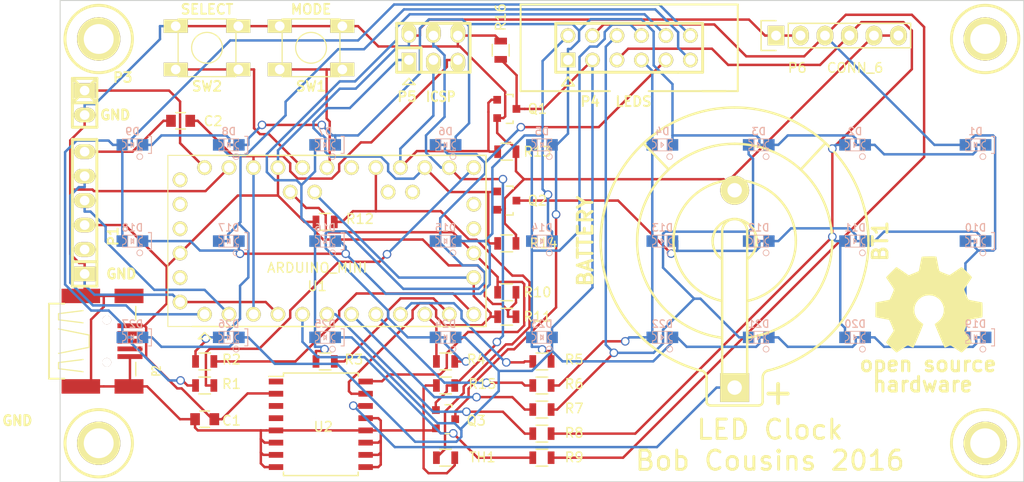
<source format=kicad_pcb>
(kicad_pcb (version 4) (host pcbnew 4.0.0-stable)
  (layers (0 F.Cu signal hide) (31 B.Cu signal hide) (34 B.Paste user) (35 F.Paste user) (36 B.SilkS user hide) (37 F.SilkS user) (38 B.Mask user) (39 F.Mask user) (44 Edge.Cuts user))
  (net 0 "")
  (net 1 +5V)
  (net 2 /MISO)
  (net 3 /MOSI)
  (net 4 /SCK)
  (net 5 /SCL)
  (net 6 /SDA)
  (net 7 /SW1)
  (net 8 /SW2)
  (net 9 /VIN)
  (net 10 /~RST)
  (net 11 COL1)
  (net 12 COL2)
  (net 13 COL3)
  (net 14 COL4)
  (net 15 COL5)
  (net 16 COL6)
  (net 17 COL7)
  (net 18 COL8)
  (net 19 COL9)
  (net 20 GND)
  (net 21 ROW1)
  (net 22 ROW2)
  (net 23 ROW3)
  (net 24 RX)
  (net 25 TX)
  (net 26 "Net-(BT1-Pad1)")
  (net 27 "Net-(C2-Pad1)")
  (net 28 "Net-(P1-Pad2)")
  (net 29 "Net-(P2-Pad3)")
  (net 30 "Net-(P2-Pad2)")
  (net 31 "Net-(R1-Pad1)")
  (net 32 "Net-(R2-Pad1)")
  (net 33 "Net-(R3-Pad1)")
  (net 34 "Net-(R4-Pad1)")
  (net 35 "Net-(R5-Pad1)")
  (net 36 "Net-(R6-Pad1)")
  (net 37 "Net-(R7-Pad1)")
  (net 38 "Net-(R8-Pad1)")
  (net 39 "Net-(R9-Pad1)")
  (net 40 "Net-(R12-Pad2)")
  (net 41 "Net-(U1-PadA6)")
  (net 42 "Net-(U1-PadA7)")
  (net 43 "Net-(U1-PadA1)")
  (net 44 "Net-(U1-PadRX)")
  (net 45 "Net-(U1-PadTX)")
  (net 46 "Net-(U1-PadIO7)")
  (net 47 "Net-(U2-Pad1)")
  (net 48 "Net-(U2-Pad3)")
  (net 49 "Net-(U2-Pad4)")
  (module TO_SOT_Packages_SMD:SOT-23 (layer F.Cu) (at 122.555 72.39 270)
    (fp_text reference Q2 (at 0 -3.175 360) (layer F.SilkS))
    (fp_text value BSS138)
    (pad 1 smd rect (at -0.95 1.00076 270) (size 0.8001 0.8001) (layers F.Cu F.Paste F.Mask) (net 2 /MISO))
    (pad 2 smd rect (at 0.95 1.00076 270) (size 0.8001 0.8001) (layers F.Cu F.Paste F.Mask) (net 20 GND))
    (pad 3 smd rect (at 0 -0.99822 270) (size 0.8001 0.8001) (layers F.Cu F.Paste F.Mask) (net 22 ROW2))
  )
  (module Housings_SOIC:SOIC-16_7.5x10.3mm_Pitch1.27mm (layer F.Cu) (at 103.251 95.631)
    (fp_text reference U2 (at 0.254 0.254) (layer F.SilkS))
    (fp_text value DS3231N)
    (pad 1 smd rect (at -4.65 -4.445) (size 1.5 0.6) (layers F.Cu F.Paste F.Mask) (net 47 "Net-(U2-Pad1)"))
    (pad 2 smd rect (at -4.65 -3.175) (size 1.5 0.6) (layers F.Cu F.Paste F.Mask) (net 1 +5V))
    (pad 3 smd rect (at -4.65 -1.905) (size 1.5 0.6) (layers F.Cu F.Paste F.Mask) (net 48 "Net-(U2-Pad3)"))
    (pad 4 smd rect (at -4.65 -0.635) (size 1.5 0.6) (layers F.Cu F.Paste F.Mask) (net 49 "Net-(U2-Pad4)"))
    (pad 5 smd rect (at -4.65 0.635) (size 1.5 0.6) (layers F.Cu F.Paste F.Mask) (net 20 GND))
    (pad 6 smd rect (at -4.65 1.905) (size 1.5 0.6) (layers F.Cu F.Paste F.Mask) (net 20 GND))
    (pad 7 smd rect (at -4.65 3.175) (size 1.5 0.6) (layers F.Cu F.Paste F.Mask) (net 20 GND))
    (pad 8 smd rect (at -4.65 4.445) (size 1.5 0.6) (layers F.Cu F.Paste F.Mask) (net 20 GND))
    (pad 9 smd rect (at 4.65 4.445) (size 1.5 0.6) (layers F.Cu F.Paste F.Mask) (net 20 GND))
    (pad 10 smd rect (at 4.65 3.175) (size 1.5 0.6) (layers F.Cu F.Paste F.Mask) (net 20 GND))
    (pad 11 smd rect (at 4.65 1.905) (size 1.5 0.6) (layers F.Cu F.Paste F.Mask) (net 20 GND))
    (pad 12 smd rect (at 4.65 0.635) (size 1.5 0.6) (layers F.Cu F.Paste F.Mask) (net 20 GND))
    (pad 13 smd rect (at 4.65 -0.635) (size 1.5 0.6) (layers F.Cu F.Paste F.Mask) (net 20 GND))
    (pad 14 smd rect (at 4.65 -1.905) (size 1.5 0.6) (layers F.Cu F.Paste F.Mask) (net 26 "Net-(BT1-Pad1)"))
    (pad 15 smd rect (at 4.65 -3.175) (size 1.5 0.6) (layers F.Cu F.Paste F.Mask) (net 6 /SDA))
    (pad 16 smd rect (at 4.65 -4.445) (size 1.5 0.6) (layers F.Cu F.Paste F.Mask) (net 5 /SCL))
  )
  (module Capacitors_SMD:C_0805 (layer F.Cu) (at 91.2 95.1 180)
    (fp_text reference C1 (at -2.78 -0.15 180) (layer F.SilkS))
    (fp_text value 100nF)
    (pad 1 smd rect (at -1 0 180) (size 1 1.25) (layers F.Cu F.Paste F.Mask) (net 1 +5V))
    (pad 2 smd rect (at 1 0 180) (size 1 1.25) (layers F.Cu F.Paste F.Mask) (net 20 GND))
  )
  (module Capacitors_SMD:C_0805 (layer F.Cu) (at 88.7 64.1)
    (fp_text reference C2 (at 3.375 0.035) (layer F.SilkS))
    (fp_text value 100nF)
    (pad 1 smd rect (at -1 0) (size 1 1.25) (layers F.Cu F.Paste F.Mask) (net 27 "Net-(C2-Pad1)"))
    (pad 2 smd rect (at 1 0) (size 1 1.25) (layers F.Cu F.Paste F.Mask) (net 10 /~RST))
  )
  (module RMC:HOLE_M3 (layer F.Cu) (at 80.2 55.6)
    (fp_text reference H1 hide)
    (fp_text value HOLE_RMC hide)
    (pad "" thru_hole circle (at 0 0) (size 4.50088 4.50088) (drill 3.0988) (layers *.Cu *.Mask F.SilkS))
  )
  (module RMC:HOLE_M3 (layer F.Cu) (at 80.2 97.6)
    (fp_text reference H2 hide)
    (fp_text value HOLE_RMC hide)
    (pad "" thru_hole circle (at 0 0) (size 4.50088 4.50088) (drill 3.0988) (layers *.Cu *.Mask F.SilkS))
  )
  (module RMC:HOLE_M3 (layer F.Cu) (at 172.2 55.6)
    (fp_text reference H3 hide)
    (fp_text value HOLE_RMC hide)
    (pad "" thru_hole circle (at 0 0) (size 4.50088 4.50088) (drill 3.0988) (layers *.Cu *.Mask F.SilkS))
  )
  (module RMC:HOLE_M3 (layer F.Cu) (at 172.2 97.6)
    (fp_text reference H4 hide)
    (fp_text value HOLE_RMC hide)
    (pad "" thru_hole circle (at 0 0) (size 4.50088 4.50088) (drill 3.0988) (layers *.Cu *.Mask F.SilkS))
  )
  (module RMC:OSHW_logo_2 (layer F.Cu) (at 166.37 83.185)
    (fp_text reference M2 hide)
    (fp_text value LOGO_OSHW hide)
    (fp_text user hardware (at -0.64516 8.30072) (layer F.SilkS) (effects (font (thickness 0.3048))))
    (fp_text user "open source" (at -0.09906 6.20014) (layer F.SilkS) (effects (font (thickness 0.3048))))
  )
  (module w_pin_strip:pin_strip_6 (layer F.Cu) (at 78.74 73.66 90)
    (fp_text reference P1 (at -2.44 2.96 90) (layer F.SilkS) (effects (font (size 1.016 1.016) (thickness 0.2032))))
    (fp_text value SERIAL hide)
    (pad 1 thru_hole rect (at -6.35 0 90) (size 1.524 2.19964) (drill 1.00076) (layers *.Cu *.Mask F.SilkS) (net 20 GND))
    (pad 2 thru_hole oval (at -3.81 0 90) (size 1.524 2.19964) (drill 1.00076) (layers *.Cu *.Mask F.SilkS) (net 28 "Net-(P1-Pad2)"))
    (pad 3 thru_hole oval (at -1.27 0 90) (size 1.524 2.19964) (drill 1.00076) (layers *.Cu *.Mask F.SilkS) (net 1 +5V))
    (pad 4 thru_hole oval (at 1.27 0 90) (size 1.524 2.19964) (drill 1.00076) (layers *.Cu *.Mask F.SilkS) (net 24 RX))
    (pad 5 thru_hole oval (at 3.81 0 90) (size 1.524 2.19964) (drill 1.00076) (layers *.Cu *.Mask F.SilkS) (net 25 TX))
    (pad 6 thru_hole oval (at 6.35 0 90) (size 1.524 2.19964) (drill 1.00076) (layers *.Cu *.Mask F.SilkS) (net 27 "Net-(C2-Pad1)"))
  )
  (module w_pin_strip:pin_strip_2 (layer F.Cu) (at 78.74 62.23 270)
    (fp_text reference P3 (at -2.63 -3.96 360) (layer F.SilkS) (effects (font (size 1.016 1.016) (thickness 0.2032))))
    (fp_text value "5-9V IN" hide)
    (pad 1 thru_hole rect (at -1.27 0 270) (size 1.524 2.19964) (drill 1.00076) (layers *.Cu *.Mask F.SilkS) (net 9 /VIN))
    (pad 2 thru_hole oval (at 1.27 0 270) (size 1.524 2.19964) (drill 1.00076) (layers *.Cu *.Mask F.SilkS) (net 20 GND))
  )
  (module RMC:PIN_ARRAY_6x2_RMC (layer F.Cu) (at 135.255 56.515)
    (fp_text reference P4 (at -4.055 5.585) (layer F.SilkS) (effects (font (size 1.016 1.016) (thickness 0.2032))))
    (fp_text value LEDS (at 0.445 5.585) (layer F.SilkS) (effects (font (size 1.016 1.016) (thickness 0.2032))))
    (pad 1 thru_hole rect (at -6.35 1.27) (size 1.524 1.524) (drill 1.016) (layers *.Cu *.Mask F.SilkS) (net 21 ROW1))
    (pad 2 thru_hole circle (at -6.35 -1.27) (size 1.524 1.524) (drill 1.016) (layers *.Cu *.Mask F.SilkS) (net 22 ROW2))
    (pad 3 thru_hole circle (at -3.81 1.27) (size 1.524 1.524) (drill 1.016) (layers *.Cu *.Mask F.SilkS) (net 23 ROW3))
    (pad 4 thru_hole circle (at -3.81 -1.27) (size 1.524 1.524) (drill 1.016) (layers *.Cu *.Mask F.SilkS) (net 11 COL1))
    (pad 5 thru_hole circle (at -1.27 1.27) (size 1.524 1.524) (drill 1.016) (layers *.Cu *.Mask F.SilkS) (net 12 COL2))
    (pad 6 thru_hole circle (at -1.27 -1.27) (size 1.524 1.524) (drill 1.016) (layers *.Cu *.Mask F.SilkS) (net 13 COL3))
    (pad 7 thru_hole circle (at 1.27 1.27) (size 1.524 1.524) (drill 1.016) (layers *.Cu *.Mask F.SilkS) (net 14 COL4))
    (pad 8 thru_hole circle (at 1.27 -1.27) (size 1.524 1.524) (drill 1.016) (layers *.Cu *.Mask F.SilkS) (net 15 COL5))
    (pad 9 thru_hole circle (at 3.81 1.27) (size 1.524 1.524) (drill 1.016) (layers *.Cu *.Mask F.SilkS) (net 16 COL6))
    (pad 10 thru_hole circle (at 3.81 -1.27) (size 1.524 1.524) (drill 1.016) (layers *.Cu *.Mask F.SilkS) (net 17 COL7))
    (pad 11 thru_hole circle (at 6.35 1.27) (size 1.524 1.524) (drill 1.016) (layers *.Cu *.Mask F.SilkS) (net 18 COL8))
    (pad 12 thru_hole circle (at 6.35 -1.27) (size 1.524 1.524) (drill 1.016) (layers *.Cu *.Mask F.SilkS) (net 19 COL9))
  )
  (module w_pin_strip:pin_strip_3x2 (layer F.Cu) (at 114.935 56.515)
    (fp_text reference P5 (at -2.735 5.085) (layer F.SilkS) (effects (font (size 1.016 1.016) (thickness 0.2032))))
    (fp_text value ICSP (at 0.765 5.085) (layer F.SilkS) (effects (font (size 1.016 0.889) (thickness 0.2032))))
    (pad 1 thru_hole rect (at -2.54 1.27) (size 1.524 1.99898) (drill 1.00076 (offset 0 0.24892)) (layers *.Cu *.Mask F.SilkS) (net 2 /MISO))
    (pad 2 thru_hole oval (at -2.54 -1.27) (size 1.524 1.99898) (drill 1.00076 (offset 0 -0.24892)) (layers *.Cu *.Mask F.SilkS) (net 1 +5V))
    (pad 3 thru_hole oval (at 0 1.27) (size 1.524 1.99898) (drill 1.00076 (offset 0 0.24892)) (layers *.Cu *.Mask F.SilkS) (net 4 /SCK))
    (pad 4 thru_hole oval (at 0 -1.27) (size 1.524 1.99898) (drill 1.00076 (offset 0 -0.24892)) (layers *.Cu *.Mask F.SilkS) (net 3 /MOSI))
    (pad 5 thru_hole oval (at 2.54 1.27) (size 1.524 1.99898) (drill 1.00076 (offset 0 0.24892)) (layers *.Cu *.Mask F.SilkS) (net 10 /~RST))
    (pad 6 thru_hole oval (at 2.54 -1.27) (size 1.524 1.99898) (drill 1.00076 (offset 0 -0.24892)) (layers *.Cu *.Mask F.SilkS) (net 20 GND))
  )
  (module Pin_Headers:Pin_Header_Straight_1x06 (layer F.Cu) (at 150.495 55.245 90)
    (fp_text reference P6 (at -3.355 2.205 180) (layer F.SilkS))
    (fp_text value CONN_6 (at -3.355 8.205 180) (layer F.SilkS))
    (pad 1 thru_hole rect (at 0 0 90) (size 2.032 1.7272) (drill 1.016) (layers *.Cu *.Mask F.SilkS) (net 1 +5V))
    (pad 2 thru_hole oval (at 0 2.54 90) (size 2.032 1.7272) (drill 1.016) (layers *.Cu *.Mask F.SilkS) (net 1 +5V))
    (pad 3 thru_hole oval (at 0 5.08 90) (size 2.032 1.7272) (drill 1.016) (layers *.Cu *.Mask F.SilkS) (net 11 COL1))
    (pad 4 thru_hole oval (at 0 7.62 90) (size 2.032 1.7272) (drill 1.016) (layers *.Cu *.Mask F.SilkS) (net 12 COL2))
    (pad 5 thru_hole oval (at 0 10.16 90) (size 2.032 1.7272) (drill 1.016) (layers *.Cu *.Mask F.SilkS) (net 20 GND))
    (pad 6 thru_hole oval (at 0 12.7 90) (size 2.032 1.7272) (drill 1.016) (layers *.Cu *.Mask F.SilkS) (net 20 GND))
  )
  (module TO_SOT_Packages_SMD:SOT-23 (layer F.Cu) (at 122.555 62.865 270)
    (fp_text reference Q1 (at 0 -3.175 360) (layer F.SilkS))
    (fp_text value BSS138)
    (pad 1 smd rect (at -0.95 1.00076 270) (size 0.8001 0.8001) (layers F.Cu F.Paste F.Mask) (net 4 /SCK))
    (pad 2 smd rect (at 0.95 1.00076 270) (size 0.8001 0.8001) (layers F.Cu F.Paste F.Mask) (net 20 GND))
    (pad 3 smd rect (at 0 -0.99822 270) (size 0.8001 0.8001) (layers F.Cu F.Paste F.Mask) (net 23 ROW3))
  )
  (module TO_SOT_Packages_SMD:SOT-23 (layer F.Cu) (at 116.2 95.1 270)
    (fp_text reference Q3 (at 0.15 -3.18 360) (layer F.SilkS))
    (fp_text value BSS138)
    (pad 1 smd rect (at -0.95 1.00076 270) (size 0.8001 0.8001) (layers F.Cu F.Paste F.Mask) (net 3 /MOSI))
    (pad 2 smd rect (at 0.95 1.00076 270) (size 0.8001 0.8001) (layers F.Cu F.Paste F.Mask) (net 20 GND))
    (pad 3 smd rect (at 0 -0.99822 270) (size 0.8001 0.8001) (layers F.Cu F.Paste F.Mask) (net 21 ROW1))
  )
  (module Resistors_SMD:R_0805 (layer F.Cu) (at 91.2 91.6 180)
    (fp_text reference R1 (at -2.78 0.16 180) (layer F.SilkS))
    (fp_text value 220)
    (pad 1 smd rect (at -0.95 0 180) (size 0.7 1.3) (layers F.Cu F.Paste F.Mask) (net 31 "Net-(R1-Pad1)"))
    (pad 2 smd rect (at 0.95 0 180) (size 0.7 1.3) (layers F.Cu F.Paste F.Mask) (net 19 COL9))
  )
  (module Resistors_SMD:R_0805 (layer F.Cu) (at 91.2 89.1 180)
    (fp_text reference R2 (at -2.78 0.2 180) (layer F.SilkS))
    (fp_text value 220)
    (pad 1 smd rect (at -0.95 0 180) (size 0.7 1.3) (layers F.Cu F.Paste F.Mask) (net 32 "Net-(R2-Pad1)"))
    (pad 2 smd rect (at 0.95 0 180) (size 0.7 1.3) (layers F.Cu F.Paste F.Mask) (net 18 COL8))
  )
  (module Resistors_SMD:R_0805 (layer F.Cu) (at 103.7 89.1 180)
    (fp_text reference R3 (at -2.98 0.2 180) (layer F.SilkS))
    (fp_text value 220)
    (pad 1 smd rect (at -0.95 0 180) (size 0.7 1.3) (layers F.Cu F.Paste F.Mask) (net 33 "Net-(R3-Pad1)"))
    (pad 2 smd rect (at 0.95 0 180) (size 0.7 1.3) (layers F.Cu F.Paste F.Mask) (net 17 COL7))
  )
  (module Resistors_SMD:R_0805 (layer F.Cu) (at 116.2 89.1)
    (fp_text reference R4 (at 3.18 -0.2) (layer F.SilkS))
    (fp_text value 220)
    (pad 1 smd rect (at -0.95 0) (size 0.7 1.3) (layers F.Cu F.Paste F.Mask) (net 34 "Net-(R4-Pad1)"))
    (pad 2 smd rect (at 0.95 0) (size 0.7 1.3) (layers F.Cu F.Paste F.Mask) (net 16 COL6))
  )
  (module Resistors_SMD:R_0805 (layer F.Cu) (at 126.2 89.1)
    (fp_text reference R5 (at 3.34 -0.2) (layer F.SilkS))
    (fp_text value 220)
    (pad 1 smd rect (at -0.95 0) (size 0.7 1.3) (layers F.Cu F.Paste F.Mask) (net 35 "Net-(R5-Pad1)"))
    (pad 2 smd rect (at 0.95 0) (size 0.7 1.3) (layers F.Cu F.Paste F.Mask) (net 15 COL5))
  )
  (module Resistors_SMD:R_0805 (layer F.Cu) (at 126.2 91.6)
    (fp_text reference R6 (at 3.34 -0.16) (layer F.SilkS))
    (fp_text value 220)
    (pad 1 smd rect (at -0.95 0) (size 0.7 1.3) (layers F.Cu F.Paste F.Mask) (net 36 "Net-(R6-Pad1)"))
    (pad 2 smd rect (at 0.95 0) (size 0.7 1.3) (layers F.Cu F.Paste F.Mask) (net 14 COL4))
  )
  (module Resistors_SMD:R_0805 (layer F.Cu) (at 126.2 94.1)
    (fp_text reference R7 (at 3.34 -0.12) (layer F.SilkS))
    (fp_text value 220)
    (pad 1 smd rect (at -0.95 0) (size 0.7 1.3) (layers F.Cu F.Paste F.Mask) (net 37 "Net-(R7-Pad1)"))
    (pad 2 smd rect (at 0.95 0) (size 0.7 1.3) (layers F.Cu F.Paste F.Mask) (net 13 COL3))
  )
  (module Resistors_SMD:R_0805 (layer F.Cu) (at 126.2 96.6)
    (fp_text reference R8 (at 3.34 -0.08) (layer F.SilkS))
    (fp_text value 220)
    (pad 1 smd rect (at -0.95 0) (size 0.7 1.3) (layers F.Cu F.Paste F.Mask) (net 38 "Net-(R8-Pad1)"))
    (pad 2 smd rect (at 0.95 0) (size 0.7 1.3) (layers F.Cu F.Paste F.Mask) (net 12 COL2))
  )
  (module Resistors_SMD:R_0805 (layer F.Cu) (at 126.2 99.1)
    (fp_text reference R9 (at 3.34 -0.04) (layer F.SilkS))
    (fp_text value 220)
    (pad 1 smd rect (at -0.95 0) (size 0.7 1.3) (layers F.Cu F.Paste F.Mask) (net 39 "Net-(R9-Pad1)"))
    (pad 2 smd rect (at 0.95 0) (size 0.7 1.3) (layers F.Cu F.Paste F.Mask) (net 11 COL1))
  )
  (module Resistors_SMD:R_0805 (layer F.Cu) (at 122.555 81.915)
    (fp_text reference R10 (at 3.175 0) (layer F.SilkS))
    (fp_text value 4k7)
    (pad 1 smd rect (at -0.95 0) (size 0.7 1.3) (layers F.Cu F.Paste F.Mask) (net 5 /SCL))
    (pad 2 smd rect (at 0.95 0) (size 0.7 1.3) (layers F.Cu F.Paste F.Mask) (net 1 +5V))
  )
  (module Resistors_SMD:R_0805 (layer F.Cu) (at 122.555 84.455)
    (fp_text reference R11 (at 3.175 0) (layer F.SilkS))
    (fp_text value 4k7)
    (pad 1 smd rect (at -0.95 0) (size 0.7 1.3) (layers F.Cu F.Paste F.Mask) (net 6 /SDA))
    (pad 2 smd rect (at 0.95 0) (size 0.7 1.3) (layers F.Cu F.Paste F.Mask) (net 1 +5V))
  )
  (module Resistors_SMD:R_0805 (layer F.Cu) (at 103.7 74.6)
    (fp_text reference R12 (at 3.615 -0.305) (layer F.SilkS))
    (fp_text value 4k7)
    (pad 1 smd rect (at -0.95 0) (size 0.7 1.3) (layers F.Cu F.Paste F.Mask) (net 1 +5V))
    (pad 2 smd rect (at 0.95 0) (size 0.7 1.3) (layers F.Cu F.Paste F.Mask) (net 40 "Net-(R12-Pad2)"))
  )
  (module Resistors_SMD:R_0805 (layer F.Cu) (at 122.555 67.31)
    (fp_text reference R13 (at 3.175 0) (layer F.SilkS))
    (fp_text value 10k)
    (pad 1 smd rect (at -0.95 0) (size 0.7 1.3) (layers F.Cu F.Paste F.Mask) (net 4 /SCK))
    (pad 2 smd rect (at 0.95 0) (size 0.7 1.3) (layers F.Cu F.Paste F.Mask) (net 20 GND))
  )
  (module Resistors_SMD:R_0805 (layer F.Cu) (at 122.555 76.835)
    (fp_text reference R14 (at 3.81 0) (layer F.SilkS))
    (fp_text value 10k)
    (pad 1 smd rect (at -0.95 0) (size 0.7 1.3) (layers F.Cu F.Paste F.Mask) (net 2 /MISO))
    (pad 2 smd rect (at 0.95 0) (size 0.7 1.3) (layers F.Cu F.Paste F.Mask) (net 20 GND))
  )
  (module Resistors_SMD:R_0805 (layer F.Cu) (at 116.2 91.6 180)
    (fp_text reference R15 (at -3.815 0.16 180) (layer F.SilkS))
    (fp_text value 10k)
    (pad 1 smd rect (at -0.95 0 180) (size 0.7 1.3) (layers F.Cu F.Paste F.Mask) (net 3 /MOSI))
    (pad 2 smd rect (at 0.95 0 180) (size 0.7 1.3) (layers F.Cu F.Paste F.Mask) (net 20 GND))
  )
  (module Resistors_SMD:R_0805 (layer F.Cu) (at 121.92 56.769 90)
    (fp_text reference R16 (at 3.429 0 90) (layer F.SilkS))
    (fp_text value 0R)
    (pad 1 smd rect (at -0.95 0 90) (size 0.7 1.3) (layers F.Cu F.Paste F.Mask) (net 23 ROW3))
    (pad 2 smd rect (at 0.95 0 90) (size 0.7 1.3) (layers F.Cu F.Paste F.Mask) (net 20 GND))
  )
  (module Resistors_SMD:R_0805 (layer F.Cu) (at 116.2 99.1)
    (fp_text reference TH1 (at 3.815 -0.04) (layer F.SilkS))
    (fp_text value 10k)
    (pad 1 smd rect (at -0.95 0) (size 0.7 1.3) (layers F.Cu F.Paste F.Mask) (net 40 "Net-(R12-Pad2)"))
    (pad 2 smd rect (at 0.95 0) (size 0.7 1.3) (layers F.Cu F.Paste F.Mask) (net 20 GND))
  )
  (module RMC:ARDUINO_MINI (layer F.Cu) (at 91.186 84.201 90)
    (fp_text reference U1 (at 2.921 11.684 180) (layer F.SilkS))
    (fp_text value ARDUINO_MINI (at 4.826 11.684 180) (layer F.SilkS))
    (pad 0 thru_hole circle (at 0 2.54 90) (size 1.524 1.524) (drill 1.016) (layers *.Cu *.Mask F.SilkS) (net 24 RX))
    (pad RST thru_hole circle (at 0 5.08 90) (size 1.524 1.524) (drill 1.016) (layers *.Cu *.Mask F.SilkS) (net 10 /~RST))
    (pad GND thru_hole circle (at 0 7.62 90) (size 1.524 1.524) (drill 1.016) (layers *.Cu *.Mask F.SilkS) (net 20 GND))
    (pad 1 thru_hole circle (at 0 0 90) (size 1.524 1.524) (drill 1.016) (layers *.Cu *.Mask F.SilkS) (net 25 TX))
    (pad 2 thru_hole circle (at 0 10.16 90) (size 1.524 1.524) (drill 1.016) (layers *.Cu *.Mask F.SilkS) (net 39 "Net-(R9-Pad1)"))
    (pad 3 thru_hole circle (at 0 12.7 90) (size 1.524 1.524) (drill 1.016) (layers *.Cu *.Mask F.SilkS) (net 38 "Net-(R8-Pad1)"))
    (pad 4 thru_hole circle (at 0 15.24 90) (size 1.524 1.524) (drill 1.016) (layers *.Cu *.Mask F.SilkS) (net 37 "Net-(R7-Pad1)"))
    (pad 5 thru_hole circle (at 0 17.78 90) (size 1.524 1.524) (drill 1.016) (layers *.Cu *.Mask F.SilkS) (net 36 "Net-(R6-Pad1)"))
    (pad 6 thru_hole circle (at 0 20.32 90) (size 1.524 1.524) (drill 1.016) (layers *.Cu *.Mask F.SilkS) (net 35 "Net-(R5-Pad1)"))
    (pad 7 thru_hole circle (at 0 22.86 90) (size 1.524 1.524) (drill 1.016) (layers *.Cu *.Mask F.SilkS) (net 34 "Net-(R4-Pad1)"))
    (pad 8 thru_hole circle (at 0 25.4 90) (size 1.524 1.524) (drill 1.016) (layers *.Cu *.Mask F.SilkS) (net 33 "Net-(R3-Pad1)"))
    (pad 9 thru_hole circle (at 0 27.94 90) (size 1.524 1.524) (drill 1.016) (layers *.Cu *.Mask F.SilkS) (net 32 "Net-(R2-Pad1)"))
    (pad A4 thru_hole circle (at 3.81 27.94 90) (size 1.524 1.524) (drill 1.016) (layers *.Cu *.Mask F.SilkS) (net 6 /SDA))
    (pad A5 thru_hole circle (at 6.35 27.94 90) (size 1.524 1.524) (drill 1.016) (layers *.Cu *.Mask F.SilkS) (net 5 /SCL))
    (pad A6 thru_hole circle (at 8.89 27.94 90) (size 1.524 1.524) (drill 1.016) (layers *.Cu *.Mask F.SilkS) (net 41 "Net-(U1-PadA6)"))
    (pad A7 thru_hole circle (at 11.43 27.94 90) (size 1.524 1.524) (drill 1.016) (layers *.Cu *.Mask F.SilkS) (net 42 "Net-(U1-PadA7)"))
    (pad 10 thru_hole circle (at 15.24 27.94 90) (size 1.524 1.524) (drill 1.016) (layers *.Cu *.Mask F.SilkS) (net 31 "Net-(R1-Pad1)"))
    (pad 11 thru_hole circle (at 15.24 25.4 90) (size 1.524 1.524) (drill 1.016) (layers *.Cu *.Mask F.SilkS) (net 3 /MOSI))
    (pad 12 thru_hole circle (at 15.24 22.86 90) (size 1.524 1.524) (drill 1.016) (layers *.Cu *.Mask F.SilkS) (net 2 /MISO))
    (pad 13 thru_hole circle (at 15.24 20.32 90) (size 1.524 1.524) (drill 1.016) (layers *.Cu *.Mask F.SilkS) (net 4 /SCK))
    (pad A0 thru_hole circle (at 15.24 17.78 90) (size 1.524 1.524) (drill 1.016) (layers *.Cu *.Mask F.SilkS) (net 40 "Net-(R12-Pad2)"))
    (pad A1 thru_hole circle (at 15.24 15.24 90) (size 1.524 1.524) (drill 1.016) (layers *.Cu *.Mask F.SilkS) (net 43 "Net-(U1-PadA1)"))
    (pad A2 thru_hole circle (at 15.24 12.7 90) (size 1.524 1.524) (drill 1.016) (layers *.Cu *.Mask F.SilkS) (net 7 /SW1))
    (pad A3 thru_hole circle (at 15.24 10.16 90) (size 1.524 1.524) (drill 1.016) (layers *.Cu *.Mask F.SilkS) (net 8 /SW2))
    (pad +5V thru_hole circle (at 15.24 7.62 90) (size 1.524 1.524) (drill 1.016) (layers *.Cu *.Mask F.SilkS) (net 1 +5V))
    (pad RST thru_hole circle (at 15.24 5.08 90) (size 1.524 1.524) (drill 1.016) (layers *.Cu *.Mask F.SilkS) (net 10 /~RST))
    (pad GND thru_hole circle (at 15.24 2.54 90) (size 1.524 1.524) (drill 1.016) (layers *.Cu *.Mask F.SilkS) (net 20 GND))
    (pad VIN thru_hole circle (at 15.24 0 90) (size 1.524 1.524) (drill 1.016) (layers *.Cu *.Mask F.SilkS) (net 9 /VIN))
    (pad GND thru_hole circle (at 1.27 -2.54 90) (size 1.524 1.524) (drill 1.016) (layers *.Cu *.Mask F.SilkS) (net 20 GND))
    (pad +5V thru_hole circle (at 6.35 -2.54 90) (size 1.524 1.524) (drill 1.016) (layers *.Cu *.Mask F.SilkS) (net 1 +5V))
    (pad RX thru_hole circle (at 8.89 -2.54 90) (size 1.524 1.524) (drill 1.016) (layers *.Cu *.Mask F.SilkS) (net 44 "Net-(U1-PadRX)"))
    (pad TX thru_hole circle (at 11.43 -2.54 90) (size 1.524 1.524) (drill 1.016) (layers *.Cu *.Mask F.SilkS) (net 45 "Net-(U1-PadTX)"))
    (pad IO7 thru_hole circle (at 13.97 -2.54 90) (size 1.524 1.524) (drill 1.016) (layers *.Cu *.Mask F.SilkS) (net 46 "Net-(U1-PadIO7)"))
    (pad A6 thru_hole circle (at 12.7 21.59 90) (size 1.524 1.524) (drill 1.016) (layers *.Cu *.Mask F.SilkS) (net 41 "Net-(U1-PadA6)"))
    (pad A7 thru_hole circle (at 12.7 19.05 90) (size 1.524 1.524) (drill 1.016) (layers *.Cu *.Mask F.SilkS) (net 42 "Net-(U1-PadA7)"))
    (pad A4 thru_hole circle (at 12.7 11.43 90) (size 1.524 1.524) (drill 1.016) (layers *.Cu *.Mask F.SilkS) (net 6 /SDA))
    (pad A5 thru_hole circle (at 12.7 8.89 90) (size 1.524 1.524) (drill 1.016) (layers *.Cu *.Mask F.SilkS) (net 5 /SCL))
    (pad "" thru_hole circle (at 3.81 -2.54 90) (size 1.524 1.524) (drill 1.016) (layers *.Cu *.Mask F.SilkS))
  )
  (module RMC:LED-0805_RED (layer B.Cu) (at 171.2 66.6)
    (fp_text reference D1 (at 0 -1.397) (layer B.SilkS) (effects (font (size 0.762 0.762) (thickness 0.127)) (justify mirror)))
    (fp_text value LED hide)
    (pad 2 smd rect (at -1.04902 0) (size 1.19888 1.19888) (layers B.Cu B.Paste B.Mask) (net 11 COL1))
    (pad 1 smd rect (at 1.04902 0) (size 1.19888 1.19888) (layers B.Cu B.Paste B.Mask) (net 21 ROW1))
  )
  (module RMC:LED-0805_RED (layer B.Cu) (at 83.7 86.6)
    (fp_text reference D27 (at 0 -1.397) (layer B.SilkS) (effects (font (size 0.762 0.762) (thickness 0.127)) (justify mirror)))
    (fp_text value LED hide)
    (pad 2 smd rect (at -1.04902 0) (size 1.19888 1.19888) (layers B.Cu B.Paste B.Mask) (net 19 COL9))
    (pad 1 smd rect (at 1.04902 0) (size 1.19888 1.19888) (layers B.Cu B.Paste B.Mask) (net 23 ROW3))
  )
  (module RMC:LED-0805_RED (layer B.Cu) (at 93.7 86.6)
    (fp_text reference D26 (at 0 -1.397) (layer B.SilkS) (effects (font (size 0.762 0.762) (thickness 0.127)) (justify mirror)))
    (fp_text value LED hide)
    (pad 2 smd rect (at -1.04902 0) (size 1.19888 1.19888) (layers B.Cu B.Paste B.Mask) (net 18 COL8))
    (pad 1 smd rect (at 1.04902 0) (size 1.19888 1.19888) (layers B.Cu B.Paste B.Mask) (net 23 ROW3))
  )
  (module RMC:LED-0805_RED (layer B.Cu) (at 103.7 86.6)
    (fp_text reference D25 (at 0 -1.397) (layer B.SilkS) (effects (font (size 0.762 0.762) (thickness 0.127)) (justify mirror)))
    (fp_text value LED hide)
    (pad 2 smd rect (at -1.04902 0) (size 1.19888 1.19888) (layers B.Cu B.Paste B.Mask) (net 17 COL7))
    (pad 1 smd rect (at 1.04902 0) (size 1.19888 1.19888) (layers B.Cu B.Paste B.Mask) (net 23 ROW3))
  )
  (module RMC:LED-0805_RED (layer B.Cu) (at 171.2 86.6)
    (fp_text reference D19 (at 0 -1.397) (layer B.SilkS) (effects (font (size 0.762 0.762) (thickness 0.127)) (justify mirror)))
    (fp_text value LED hide)
    (pad 2 smd rect (at -1.04902 0) (size 1.19888 1.19888) (layers B.Cu B.Paste B.Mask) (net 11 COL1))
    (pad 1 smd rect (at 1.04902 0) (size 1.19888 1.19888) (layers B.Cu B.Paste B.Mask) (net 23 ROW3))
  )
  (module RMC:LED-0805_RED (layer B.Cu) (at 83.7 76.6)
    (fp_text reference D18 (at 0 -1.397) (layer B.SilkS) (effects (font (size 0.762 0.762) (thickness 0.127)) (justify mirror)))
    (fp_text value LED hide)
    (pad 2 smd rect (at -1.04902 0) (size 1.19888 1.19888) (layers B.Cu B.Paste B.Mask) (net 19 COL9))
    (pad 1 smd rect (at 1.04902 0) (size 1.19888 1.19888) (layers B.Cu B.Paste B.Mask) (net 22 ROW2))
  )
  (module RMC:LED-0805_RED (layer B.Cu) (at 93.7 76.6)
    (fp_text reference D17 (at 0 -1.397) (layer B.SilkS) (effects (font (size 0.762 0.762) (thickness 0.127)) (justify mirror)))
    (fp_text value LED hide)
    (pad 2 smd rect (at -1.04902 0) (size 1.19888 1.19888) (layers B.Cu B.Paste B.Mask) (net 18 COL8))
    (pad 1 smd rect (at 1.04902 0) (size 1.19888 1.19888) (layers B.Cu B.Paste B.Mask) (net 22 ROW2))
  )
  (module RMC:LED-0805_RED (layer B.Cu) (at 103.7 76.6)
    (fp_text reference D16 (at 0 -1.397) (layer B.SilkS) (effects (font (size 0.762 0.762) (thickness 0.127)) (justify mirror)))
    (fp_text value LED hide)
    (pad 2 smd rect (at -1.04902 0) (size 1.19888 1.19888) (layers B.Cu B.Paste B.Mask) (net 17 COL7))
    (pad 1 smd rect (at 1.04902 0) (size 1.19888 1.19888) (layers B.Cu B.Paste B.Mask) (net 22 ROW2))
  )
  (module RMC:LED-0805_RED (layer B.Cu) (at 171.2 76.6)
    (fp_text reference D10 (at 0 -1.397) (layer B.SilkS) (effects (font (size 0.762 0.762) (thickness 0.127)) (justify mirror)))
    (fp_text value LED hide)
    (pad 2 smd rect (at -1.04902 0) (size 1.19888 1.19888) (layers B.Cu B.Paste B.Mask) (net 11 COL1))
    (pad 1 smd rect (at 1.04902 0) (size 1.19888 1.19888) (layers B.Cu B.Paste B.Mask) (net 22 ROW2))
  )
  (module RMC:LED-0805_RED (layer B.Cu) (at 83.7 66.6)
    (fp_text reference D9 (at 0 -1.397) (layer B.SilkS) (effects (font (size 0.762 0.762) (thickness 0.127)) (justify mirror)))
    (fp_text value LED hide)
    (pad 2 smd rect (at -1.04902 0) (size 1.19888 1.19888) (layers B.Cu B.Paste B.Mask) (net 19 COL9))
    (pad 1 smd rect (at 1.04902 0) (size 1.19888 1.19888) (layers B.Cu B.Paste B.Mask) (net 21 ROW1))
  )
  (module RMC:LED-0805_RED (layer B.Cu) (at 93.7 66.6)
    (fp_text reference D8 (at 0 -1.397) (layer B.SilkS) (effects (font (size 0.762 0.762) (thickness 0.127)) (justify mirror)))
    (fp_text value LED hide)
    (pad 2 smd rect (at -1.04902 0) (size 1.19888 1.19888) (layers B.Cu B.Paste B.Mask) (net 18 COL8))
    (pad 1 smd rect (at 1.04902 0) (size 1.19888 1.19888) (layers B.Cu B.Paste B.Mask) (net 21 ROW1))
  )
  (module RMC:LED-0805_RED (layer B.Cu) (at 103.7 66.6)
    (fp_text reference D7 (at 0 -1.397) (layer B.SilkS) (effects (font (size 0.762 0.762) (thickness 0.127)) (justify mirror)))
    (fp_text value LED hide)
    (pad 2 smd rect (at -1.04902 0) (size 1.19888 1.19888) (layers B.Cu B.Paste B.Mask) (net 17 COL7))
    (pad 1 smd rect (at 1.04902 0) (size 1.19888 1.19888) (layers B.Cu B.Paste B.Mask) (net 21 ROW1))
  )
  (module RMC:LED-0805_BLUE (layer B.Cu) (at 116.2 86.6)
    (fp_text reference D24 (at 0 -1.397) (layer B.SilkS) (effects (font (size 0.762 0.762) (thickness 0.127)) (justify mirror)))
    (fp_text value LED hide)
    (pad 2 smd rect (at -1.04902 0) (size 1.19888 1.19888) (layers B.Cu B.Paste B.Mask) (net 16 COL6))
    (pad 1 smd rect (at 1.04902 0) (size 1.19888 1.19888) (layers B.Cu B.Paste B.Mask) (net 23 ROW3))
  )
  (module RMC:LED-0805_BLUE (layer B.Cu) (at 126.2 86.6)
    (fp_text reference D23 (at 0 -1.397) (layer B.SilkS) (effects (font (size 0.762 0.762) (thickness 0.127)) (justify mirror)))
    (fp_text value LED hide)
    (pad 2 smd rect (at -1.04902 0) (size 1.19888 1.19888) (layers B.Cu B.Paste B.Mask) (net 15 COL5))
    (pad 1 smd rect (at 1.04902 0) (size 1.19888 1.19888) (layers B.Cu B.Paste B.Mask) (net 23 ROW3))
  )
  (module RMC:LED-0805_BLUE (layer B.Cu) (at 116.2 76.6)
    (fp_text reference D15 (at 0 -1.397) (layer B.SilkS) (effects (font (size 0.762 0.762) (thickness 0.127)) (justify mirror)))
    (fp_text value LED hide)
    (pad 2 smd rect (at -1.04902 0) (size 1.19888 1.19888) (layers B.Cu B.Paste B.Mask) (net 16 COL6))
    (pad 1 smd rect (at 1.04902 0) (size 1.19888 1.19888) (layers B.Cu B.Paste B.Mask) (net 22 ROW2))
  )
  (module RMC:LED-0805_BLUE (layer B.Cu) (at 126.2 76.6)
    (fp_text reference D14 (at 0 -1.397) (layer B.SilkS) (effects (font (size 0.762 0.762) (thickness 0.127)) (justify mirror)))
    (fp_text value LED hide)
    (pad 2 smd rect (at -1.04902 0) (size 1.19888 1.19888) (layers B.Cu B.Paste B.Mask) (net 15 COL5))
    (pad 1 smd rect (at 1.04902 0) (size 1.19888 1.19888) (layers B.Cu B.Paste B.Mask) (net 22 ROW2))
  )
  (module RMC:LED-0805_BLUE (layer B.Cu) (at 116.2 66.6)
    (fp_text reference D6 (at 0 -1.397) (layer B.SilkS) (effects (font (size 0.762 0.762) (thickness 0.127)) (justify mirror)))
    (fp_text value LED hide)
    (pad 2 smd rect (at -1.04902 0) (size 1.19888 1.19888) (layers B.Cu B.Paste B.Mask) (net 16 COL6))
    (pad 1 smd rect (at 1.04902 0) (size 1.19888 1.19888) (layers B.Cu B.Paste B.Mask) (net 21 ROW1))
  )
  (module RMC:LED-0805_BLUE (layer B.Cu) (at 126.2 66.6)
    (fp_text reference D5 (at 0 -1.397) (layer B.SilkS) (effects (font (size 0.762 0.762) (thickness 0.127)) (justify mirror)))
    (fp_text value LED hide)
    (pad 2 smd rect (at -1.04902 0) (size 1.19888 1.19888) (layers B.Cu B.Paste B.Mask) (net 15 COL5))
    (pad 1 smd rect (at 1.04902 0) (size 1.19888 1.19888) (layers B.Cu B.Paste B.Mask) (net 21 ROW1))
  )
  (module RMC:LED-0805_GREEN (layer B.Cu) (at 158.7 66.6)
    (fp_text reference D2 (at 0 -1.397) (layer B.SilkS) (effects (font (size 0.762 0.762) (thickness 0.127)) (justify mirror)))
    (fp_text value LED hide)
    (pad 2 smd rect (at -1.04902 0) (size 1.19888 1.19888) (layers B.Cu B.Paste B.Mask) (net 12 COL2))
    (pad 1 smd rect (at 1.04902 0) (size 1.19888 1.19888) (layers B.Cu B.Paste B.Mask) (net 21 ROW1))
  )
  (module RMC:LED-0805_GREEN (layer B.Cu) (at 148.7 66.6)
    (fp_text reference D3 (at 0 -1.397) (layer B.SilkS) (effects (font (size 0.762 0.762) (thickness 0.127)) (justify mirror)))
    (fp_text value LED hide)
    (pad 2 smd rect (at -1.04902 0) (size 1.19888 1.19888) (layers B.Cu B.Paste B.Mask) (net 13 COL3))
    (pad 1 smd rect (at 1.04902 0) (size 1.19888 1.19888) (layers B.Cu B.Paste B.Mask) (net 21 ROW1))
  )
  (module RMC:LED-0805_GREEN (layer B.Cu) (at 138.7 66.6)
    (fp_text reference D4 (at 0 -1.397) (layer B.SilkS) (effects (font (size 0.762 0.762) (thickness 0.127)) (justify mirror)))
    (fp_text value LED hide)
    (pad 2 smd rect (at -1.04902 0) (size 1.19888 1.19888) (layers B.Cu B.Paste B.Mask) (net 14 COL4))
    (pad 1 smd rect (at 1.04902 0) (size 1.19888 1.19888) (layers B.Cu B.Paste B.Mask) (net 21 ROW1))
  )
  (module RMC:LED-0805_GREEN (layer B.Cu) (at 158.7 76.6)
    (fp_text reference D11 (at 0 -1.397) (layer B.SilkS) (effects (font (size 0.762 0.762) (thickness 0.127)) (justify mirror)))
    (fp_text value LED hide)
    (pad 2 smd rect (at -1.04902 0) (size 1.19888 1.19888) (layers B.Cu B.Paste B.Mask) (net 12 COL2))
    (pad 1 smd rect (at 1.04902 0) (size 1.19888 1.19888) (layers B.Cu B.Paste B.Mask) (net 22 ROW2))
  )
  (module RMC:LED-0805_GREEN (layer B.Cu) (at 148.7 76.6)
    (fp_text reference D12 (at 0 -1.397) (layer B.SilkS) (effects (font (size 0.762 0.762) (thickness 0.127)) (justify mirror)))
    (fp_text value LED hide)
    (pad 2 smd rect (at -1.04902 0) (size 1.19888 1.19888) (layers B.Cu B.Paste B.Mask) (net 13 COL3))
    (pad 1 smd rect (at 1.04902 0) (size 1.19888 1.19888) (layers B.Cu B.Paste B.Mask) (net 22 ROW2))
  )
  (module RMC:LED-0805_GREEN (layer B.Cu) (at 138.7 76.6)
    (fp_text reference D13 (at 0 -1.397) (layer B.SilkS) (effects (font (size 0.762 0.762) (thickness 0.127)) (justify mirror)))
    (fp_text value LED hide)
    (pad 2 smd rect (at -1.04902 0) (size 1.19888 1.19888) (layers B.Cu B.Paste B.Mask) (net 14 COL4))
    (pad 1 smd rect (at 1.04902 0) (size 1.19888 1.19888) (layers B.Cu B.Paste B.Mask) (net 22 ROW2))
  )
  (module RMC:LED-0805_GREEN (layer B.Cu) (at 158.7 86.6)
    (fp_text reference D20 (at 0 -1.397) (layer B.SilkS) (effects (font (size 0.762 0.762) (thickness 0.127)) (justify mirror)))
    (fp_text value LED hide)
    (pad 2 smd rect (at -1.04902 0) (size 1.19888 1.19888) (layers B.Cu B.Paste B.Mask) (net 12 COL2))
    (pad 1 smd rect (at 1.04902 0) (size 1.19888 1.19888) (layers B.Cu B.Paste B.Mask) (net 23 ROW3))
  )
  (module RMC:LED-0805_GREEN (layer B.Cu) (at 148.7 86.6)
    (fp_text reference D21 (at 0 -1.397) (layer B.SilkS) (effects (font (size 0.762 0.762) (thickness 0.127)) (justify mirror)))
    (fp_text value LED hide)
    (pad 2 smd rect (at -1.04902 0) (size 1.19888 1.19888) (layers B.Cu B.Paste B.Mask) (net 13 COL3))
    (pad 1 smd rect (at 1.04902 0) (size 1.19888 1.19888) (layers B.Cu B.Paste B.Mask) (net 23 ROW3))
  )
  (module RMC:LED-0805_GREEN (layer B.Cu) (at 138.7 86.6)
    (fp_text reference D22 (at 0 -1.397) (layer B.SilkS) (effects (font (size 0.762 0.762) (thickness 0.127)) (justify mirror)))
    (fp_text value LED hide)
    (pad 2 smd rect (at -1.04902 0) (size 1.19888 1.19888) (layers B.Cu B.Paste B.Mask) (net 14 COL4))
    (pad 1 smd rect (at 1.04902 0) (size 1.19888 1.19888) (layers B.Cu B.Paste B.Mask) (net 23 ROW3))
  )
  (module w_battery_holders:keystone_106 (layer F.Cu) (at 146.2 76.6 270)
    (fp_text reference BT1 (at 0 -15.113 270) (layer F.SilkS) (effects (font (thickness 0.3048))))
    (fp_text value BATTERY (at 0 15.494 270) (layer F.SilkS) (effects (font (thickness 0.3048))))
    (pad 2 thru_hole circle (at -5.2832 0 270) (size 2.99974 2.99974) (drill 1.4986) (layers *.Cu *.Mask F.SilkS) (net 20 GND))
    (pad 1 thru_hole rect (at 15.2146 0 270) (size 2.9972 2.9972) (drill 1.4986) (layers *.Cu *.Mask F.SilkS) (net 26 "Net-(BT1-Pad1)"))
  )
  (module RMC:SW_6x6_MULTI (layer F.Cu) (at 91.44 56.515 180)
    (fp_text reference SW2 (at 0 -4.0005 180) (layer F.SilkS) (effects (font (size 1.016 1.016) (thickness 0.2032))))
    (fp_text value SELECT (at 0 4.0005 180) (layer F.SilkS) (effects (font (size 1.016 1.016) (thickness 0.2032))))
    (pad 1 thru_hole rect (at 3.24866 -2.25044 180) (size 2.49936 1.397) (drill 1.00076) (layers *.Cu *.Mask F.SilkS) (net 8 /SW2))
    (pad 2 thru_hole rect (at 3.24866 2.25044 180) (size 2.49936 1.397) (drill 1.00076) (layers *.Cu *.Mask F.SilkS) (net 20 GND))
    (pad 1 thru_hole rect (at -3.2512 -2.25044 180) (size 2.49936 1.397) (drill 1.00076) (layers *.Cu *.Mask F.SilkS) (net 8 /SW2))
    (pad 2 thru_hole rect (at -3.2512 2.25044 180) (size 2.49936 1.397) (drill 1.00076) (layers *.Cu *.Mask F.SilkS) (net 20 GND))
  )
  (module RMC:SW_6x6_MULTI (layer F.Cu) (at 102.235 56.515 180)
    (fp_text reference SW1 (at 0 -4.0005 180) (layer F.SilkS) (effects (font (size 1.016 1.016) (thickness 0.2032))))
    (fp_text value MODE (at 0 4.0005 180) (layer F.SilkS) (effects (font (size 1.016 1.016) (thickness 0.2032))))
    (pad 1 thru_hole rect (at 3.24866 -2.25044 180) (size 2.49936 1.397) (drill 1.00076) (layers *.Cu *.Mask F.SilkS) (net 7 /SW1))
    (pad 2 thru_hole rect (at 3.24866 2.25044 180) (size 2.49936 1.397) (drill 1.00076) (layers *.Cu *.Mask F.SilkS) (net 20 GND))
    (pad 1 thru_hole rect (at -3.2512 -2.25044 180) (size 2.49936 1.397) (drill 1.00076) (layers *.Cu *.Mask F.SilkS) (net 7 /SW1))
    (pad 2 thru_hole rect (at -3.2512 2.25044 180) (size 2.49936 1.397) (drill 1.00076) (layers *.Cu *.Mask F.SilkS) (net 20 GND))
  )
  (module RMC:CONN_MiniAB_SMT_RMC (layer F.Cu) (at 80.645 86.995)
    (fp_text reference P2 (at 5.555 3.105 90) (layer F.SilkS) (effects (font (size 0.8636 0.5588) (thickness 0.1397))))
    (fp_text value USBCONN hide)
    (pad 3 smd rect (at 2.8 0) (size 2.6 0.50038) (layers F.Cu F.Paste F.Mask) (net 29 "Net-(P2-Pad3)"))
    (pad 2 smd rect (at 2.8 -0.8) (size 2.6 0.50038) (layers F.Cu F.Paste F.Mask) (net 30 "Net-(P2-Pad2)"))
    (pad 4 smd rect (at 2.8 1.6) (size 2.6 0.50038) (layers F.Cu F.Paste F.Mask) (net 20 GND))
    (pad 5 smd rect (at -2.3 -4.7) (size 4 1.50114) (layers F.Cu F.Paste F.Mask) (net 20 GND))
    (pad 5 smd rect (at 2.7 -4.7) (size 3 1.50114) (layers F.Cu F.Paste F.Mask) (net 20 GND))
    (pad 5 smd rect (at -2.3 4.7) (size 4 1.50114) (layers F.Cu F.Paste F.Mask) (net 20 GND))
    (pad 5 smd rect (at 2.7 4.7) (size 3 1.50114) (layers F.Cu F.Paste F.Mask) (net 20 GND))
    (pad 6 smd rect (at 2.8 0.8) (size 2.6 0.50038) (layers F.Cu F.Paste F.Mask))
    (pad 7 thru_hole circle (at 0.39878 -2.19964) (size 0.89916 0.89916) (drill 0.89916) (layers *.Cu *.SilkS *.Mask))
    (pad 7 thru_hole circle (at 0.39878 2.19964) (size 0.89916 0.89916) (drill 0.89916) (layers *.Cu *.SilkS *.Mask))
    (pad 1 smd rect (at 2.8 -1.6) (size 2.6 0.50038) (layers F.Cu F.Paste F.Mask) (net 1 +5V))
  )
  (gr_line (start 113.03 60.325) (end 112.395 59.69) (angle 90) (layer F.SilkS) (width 0.1524))
  (gr_line (start 111.76 60.325) (end 113.03 60.325) (angle 90) (layer F.SilkS) (width 0.1524))
  (gr_line (start 112.395 59.69) (end 111.76 60.325) (angle 90) (layer F.SilkS) (width 0.1524))
  (gr_text GND (at 71.755 95.25) (layer F.SilkS) (effects (font (size 1 1) (thickness 0.25))))
  (gr_text GND (at 82.55 80.01) (layer F.SilkS) (effects (font (size 1 1) (thickness 0.25))))
  (gr_text GND (at 81.915 63.5) (layer F.SilkS) (effects (font (size 1 1) (thickness 0.25))))
  (gr_text "LED Clock\nBob Cousins 2016" (at 149.86 97.79) (layer F.SilkS) (effects (font (size 2 2) (thickness 0.3))))
  (gr_line (start 176.2 101.6) (end 76.2 101.6) (angle 90) (layer Edge.Cuts) (width 0.1))
  (gr_line (start 176.2 51.6) (end 176.2 101.6) (angle 90) (layer Edge.Cuts) (width 0.1))
  (gr_line (start 76.2 51.6) (end 176.2 51.6) (angle 90) (layer Edge.Cuts) (width 0.1))
  (gr_line (start 76.2 101.6) (end 76.2 51.6) (angle 90) (layer Edge.Cuts) (width 0.1))
  (segment (start 153.035 55.245) (end 150.495 55.245) (width 0.254) (layer F.Cu) (net 1))
  (segment (start 95.6533 92.425) (end 92.9783 95.1) (width 0.254) (layer F.Cu) (net 1))
  (segment (start 98.12 92.425) (end 95.6533 92.425) (width 0.254) (layer F.Cu) (net 1))
  (segment (start 92.1525 95.1) (end 92.9783 95.1) (width 0.254) (layer F.Cu) (net 1))
  (segment (start 123.5075 84.455) (end 122.6817 84.455) (width 0.254) (layer F.Cu) (net 1))
  (segment (start 123.5075 81.915) (end 123.5075 82.9948) (width 0.254) (layer F.Cu) (net 1))
  (segment (start 98.806 68.961) (end 98.806 71.8641) (width 0.254) (layer F.Cu) (net 1))
  (segment (start 94.6329 71.8641) (end 98.806 71.8641) (width 0.254) (layer F.Cu) (net 1))
  (segment (start 88.646 77.851) (end 94.6329 71.8641) (width 0.254) (layer F.Cu) (net 1))
  (segment (start 101.5419 74.6) (end 102.7475 74.6) (width 0.254) (layer F.Cu) (net 1))
  (segment (start 98.806 71.8641) (end 101.5419 74.6) (width 0.254) (layer F.Cu) (net 1))
  (segment (start 123.5075 82.9948) (end 122.6817 83.8206) (width 0.254) (layer F.Cu) (net 1))
  (segment (start 122.6817 83.8206) (end 122.6817 84.455) (width 0.254) (layer F.Cu) (net 1))
  (segment (start 102.7475 74.6) (end 102.7475 75.6798) (width 0.254) (layer F.Cu) (net 1))
  (segment (start 83.445 85.395) (end 84.9579 85.395) (width 0.254) (layer F.Cu) (net 1))
  (segment (start 103.5045 76.4368) (end 102.7475 75.6798) (width 0.254) (layer F.Cu) (net 1))
  (segment (start 113.8293 76.4368) (end 103.5045 76.4368) (width 0.254) (layer F.Cu) (net 1))
  (segment (start 116.5135 79.121) (end 113.8293 76.4368) (width 0.254) (layer F.Cu) (net 1))
  (segment (start 119.5109 79.121) (end 116.5135 79.121) (width 0.254) (layer F.Cu) (net 1))
  (segment (start 120.2694 79.8795) (end 119.5109 79.121) (width 0.254) (layer F.Cu) (net 1))
  (segment (start 120.2694 82.2993) (end 120.2694 79.8795) (width 0.254) (layer F.Cu) (net 1))
  (segment (start 121.1023 83.1322) (end 120.2694 82.2993) (width 0.254) (layer F.Cu) (net 1))
  (segment (start 121.9933 83.1322) (end 121.1023 83.1322) (width 0.254) (layer F.Cu) (net 1))
  (segment (start 122.6817 83.8206) (end 121.9933 83.1322) (width 0.254) (layer F.Cu) (net 1))
  (segment (start 85.1263 85.5634) (end 84.9579 85.395) (width 0.254) (layer F.Cu) (net 1))
  (segment (start 85.1263 88.6794) (end 85.1263 85.5634) (width 0.254) (layer F.Cu) (net 1))
  (segment (start 88.3494 91.9025) (end 85.1263 88.6794) (width 0.254) (layer F.Cu) (net 1))
  (segment (start 88.8066 91.9025) (end 88.3494 91.9025) (width 0.254) (layer F.Cu) (net 1))
  (segment (start 92.0041 95.1) (end 88.8066 91.9025) (width 0.254) (layer F.Cu) (net 1))
  (segment (start 92.1525 95.1) (end 92.0041 95.1) (width 0.254) (layer F.Cu) (net 1))
  (segment (start 87.2494 83.1035) (end 87.2494 79.2476) (width 0.254) (layer F.Cu) (net 1))
  (segment (start 84.9579 85.395) (end 87.2494 83.1035) (width 0.254) (layer F.Cu) (net 1))
  (segment (start 87.2494 79.2476) (end 88.646 77.851) (width 0.254) (layer F.Cu) (net 1))
  (segment (start 82.9318 74.93) (end 78.74 74.93) (width 0.254) (layer F.Cu) (net 1))
  (segment (start 87.2494 79.2476) (end 82.9318 74.93) (width 0.254) (layer F.Cu) (net 1))
  (segment (start 112.395 55.245) (end 112.395 56.3769) (width 0.254) (layer B.Cu) (net 1))
  (segment (start 111.2632 56.3769) (end 112.395 56.3769) (width 0.254) (layer B.Cu) (net 1))
  (segment (start 106.876 60.7641) (end 111.2632 56.3769) (width 0.254) (layer B.Cu) (net 1))
  (segment (start 105.216 60.7641) (end 106.876 60.7641) (width 0.254) (layer B.Cu) (net 1))
  (segment (start 98.806 67.1741) (end 105.216 60.7641) (width 0.254) (layer B.Cu) (net 1))
  (segment (start 98.806 68.961) (end 98.806 67.1741) (width 0.254) (layer B.Cu) (net 1))
  (segment (start 147.6908 53.5841) (end 149.3517 55.245) (width 0.254) (layer F.Cu) (net 1))
  (segment (start 114.4846 53.5841) (end 147.6908 53.5841) (width 0.254) (layer F.Cu) (net 1))
  (segment (start 113.5383 54.5304) (end 114.4846 53.5841) (width 0.254) (layer F.Cu) (net 1))
  (segment (start 113.5383 55.245) (end 113.5383 54.5304) (width 0.254) (layer F.Cu) (net 1))
  (segment (start 112.395 55.245) (end 113.5383 55.245) (width 0.254) (layer F.Cu) (net 1))
  (segment (start 150.495 55.245) (end 149.3517 55.245) (width 0.254) (layer F.Cu) (net 1))
  (segment (start 121.6025 76.835) (end 120.7767 76.835) (width 0.254) (layer F.Cu) (net 2))
  (segment (start 120.6308 76.6891) (end 120.7767 76.835) (width 0.254) (layer F.Cu) (net 2))
  (segment (start 120.6308 71.501) (end 120.6308 76.6891) (width 0.254) (layer F.Cu) (net 2))
  (segment (start 116.586 71.501) (end 120.6308 71.501) (width 0.254) (layer F.Cu) (net 2))
  (segment (start 114.046 68.961) (end 116.586 71.501) (width 0.254) (layer F.Cu) (net 2))
  (segment (start 106.255 62.7817) (end 111.2517 57.785) (width 0.254) (layer B.Cu) (net 2))
  (segment (start 103.9229 62.7817) (end 106.255 62.7817) (width 0.254) (layer B.Cu) (net 2))
  (segment (start 102.4919 64.2127) (end 103.9229 62.7817) (width 0.254) (layer B.Cu) (net 2))
  (segment (start 102.4919 64.8573) (end 102.4919 64.2127) (width 0.254) (layer B.Cu) (net 2))
  (segment (start 114.046 68.961) (end 112.8934 70.1136) (width 0.254) (layer B.Cu) (net 2))
  (segment (start 112.395 57.785) (end 111.2517 57.785) (width 0.254) (layer B.Cu) (net 2))
  (segment (start 120.6308 71.501) (end 121.539 71.501) (width 0.254) (layer F.Cu) (net 2))
  (segment (start 103.2538 65.6192) (end 102.4919 64.8573) (width 0.254) (layer B.Cu) (net 2))
  (segment (start 103.4659 65.6192) (end 103.2538 65.6192) (width 0.254) (layer B.Cu) (net 2))
  (segment (start 103.7203 65.8736) (end 103.4659 65.6192) (width 0.254) (layer B.Cu) (net 2))
  (segment (start 103.7203 67.3095) (end 103.7203 65.8736) (width 0.254) (layer B.Cu) (net 2))
  (segment (start 104.2284 67.8176) (end 103.7203 67.3095) (width 0.254) (layer B.Cu) (net 2))
  (segment (start 109.4753 67.8176) (end 104.2284 67.8176) (width 0.254) (layer B.Cu) (net 2))
  (segment (start 110.236 68.5783) (end 109.4753 67.8176) (width 0.254) (layer B.Cu) (net 2))
  (segment (start 110.236 69.3391) (end 110.236 68.5783) (width 0.254) (layer B.Cu) (net 2))
  (segment (start 111.0105 70.1136) (end 110.236 69.3391) (width 0.254) (layer B.Cu) (net 2))
  (segment (start 112.8934 70.1136) (end 111.0105 70.1136) (width 0.254) (layer B.Cu) (net 2))
  (via (at 122.1503 70.1595) (size 0.889) (layers F.Cu B.Cu) (net 3))
  (via (at 121.5254 87.0766) (size 0.889) (layers F.Cu B.Cu) (net 3))
  (segment (start 117.1525 91.6) (end 116.3267 91.6) (width 0.254) (layer F.Cu) (net 3))
  (segment (start 116.3267 91.6) (end 116.3267 92.2298) (width 0.254) (layer F.Cu) (net 3))
  (segment (start 117.7845 70.1595) (end 122.1503 70.1595) (width 0.254) (layer F.Cu) (net 3))
  (segment (start 116.586 68.961) (end 117.7845 70.1595) (width 0.254) (layer F.Cu) (net 3))
  (segment (start 122.1503 86.4517) (end 121.5254 87.0766) (width 0.254) (layer B.Cu) (net 3))
  (segment (start 122.1503 70.1595) (end 122.1503 86.4517) (width 0.254) (layer B.Cu) (net 3))
  (segment (start 121.5254 87.2271) (end 117.1525 91.6) (width 0.254) (layer F.Cu) (net 3))
  (segment (start 121.5254 87.0766) (end 121.5254 87.2271) (width 0.254) (layer F.Cu) (net 3))
  (segment (start 115.1718 56.3769) (end 114.935 56.3769) (width 0.254) (layer B.Cu) (net 3))
  (segment (start 116.0935 57.2986) (end 115.1718 56.3769) (width 0.254) (layer B.Cu) (net 3))
  (segment (start 116.0935 63.6959) (end 116.0935 57.2986) (width 0.254) (layer B.Cu) (net 3))
  (segment (start 114.1702 65.6192) (end 116.0935 63.6959) (width 0.254) (layer B.Cu) (net 3))
  (segment (start 114.1702 67.4117) (end 114.1702 65.6192) (width 0.254) (layer B.Cu) (net 3))
  (segment (start 115.7195 68.961) (end 114.1702 67.4117) (width 0.254) (layer B.Cu) (net 3))
  (segment (start 116.586 68.961) (end 115.7195 68.961) (width 0.254) (layer B.Cu) (net 3))
  (segment (start 114.935 55.245) (end 114.935 56.3769) (width 0.254) (layer B.Cu) (net 3))
  (segment (start 115.184 94.211) (end 115.184 93.3725) (width 0.254) (layer F.Cu) (net 3))
  (segment (start 116.3267 92.2298) (end 115.184 93.3725) (width 0.254) (layer F.Cu) (net 3))
  (segment (start 121.55424 61.915) (end 120.965 61.915) (width 0.254) (layer F.Cu) (net 4))
  (segment (start 120.6466 63.1828) (end 120.6466 67.2452) (width 0.254) (layer F.Cu) (net 4))
  (segment (start 120.6466 62.2334) (end 120.6466 63.1828) (width 0.254) (layer F.Cu) (net 4))
  (segment (start 120.965 61.915) (end 120.6466 62.2334) (width 0.254) (layer F.Cu) (net 4))
  (segment (start 121.6025 67.31) (end 120.7767 67.31) (width 0.254) (layer F.Cu) (net 4))
  (segment (start 111.506 68.961) (end 113.2218 67.2452) (width 0.254) (layer F.Cu) (net 4))
  (segment (start 120.7119 67.2452) (end 120.7767 67.31) (width 0.254) (layer F.Cu) (net 4))
  (segment (start 120.6466 67.2452) (end 120.7119 67.2452) (width 0.254) (layer F.Cu) (net 4))
  (segment (start 111.506 66.9942) (end 111.506 68.961) (width 0.254) (layer B.Cu) (net 4))
  (segment (start 114.935 63.5652) (end 111.506 66.9942) (width 0.254) (layer B.Cu) (net 4))
  (segment (start 114.935 57.785) (end 114.935 63.5652) (width 0.254) (layer B.Cu) (net 4))
  (segment (start 113.2218 67.2452) (end 120.6466 67.2452) (width 0.254) (layer F.Cu) (net 4))
  (segment (start 100.076 71.501) (end 101.727 73.152) (width 0.254) (layer F.Cu) (net 5))
  (segment (start 101.727 73.152) (end 103.0205 73.152) (width 0.254) (layer F.Cu) (net 5))
  (segment (start 103.0205 73.152) (end 103.759 73.8905) (width 0.254) (layer F.Cu) (net 5))
  (segment (start 103.759 73.8905) (end 103.759 75.3949) (width 0.254) (layer F.Cu) (net 5))
  (segment (start 103.759 75.3949) (end 104.044 75.6799) (width 0.254) (layer F.Cu) (net 5))
  (segment (start 104.044 75.6799) (end 116.9549 75.6799) (width 0.254) (layer F.Cu) (net 5))
  (segment (start 116.9549 75.6799) (end 119.126 77.851) (width 0.254) (layer F.Cu) (net 5))
  (segment (start 121.6025 81.915) (end 121.6025 80.8352) (width 0.254) (layer F.Cu) (net 5))
  (segment (start 121.6025 80.3275) (end 119.126 77.851) (width 0.254) (layer F.Cu) (net 5))
  (segment (start 121.6025 80.8352) (end 121.6025 80.3275) (width 0.254) (layer F.Cu) (net 5))
  (segment (start 108.28 91.155) (end 109.6138 91.155) (width 0.254) (layer F.Cu) (net 5))
  (segment (start 110.3126 90.4562) (end 109.6138 91.155) (width 0.254) (layer F.Cu) (net 5))
  (segment (start 115.6377 90.4562) (end 110.3126 90.4562) (width 0.254) (layer F.Cu) (net 5))
  (segment (start 116.3266 89.7673) (end 115.6377 90.4562) (width 0.254) (layer F.Cu) (net 5))
  (segment (start 116.3266 88.2436) (end 116.3266 89.7673) (width 0.254) (layer F.Cu) (net 5))
  (segment (start 118.5256 86.0446) (end 116.3266 88.2436) (width 0.254) (layer F.Cu) (net 5))
  (segment (start 123.6728 86.0446) (end 118.5256 86.0446) (width 0.254) (layer F.Cu) (net 5))
  (segment (start 124.3618 85.3556) (end 123.6728 86.0446) (width 0.254) (layer F.Cu) (net 5))
  (segment (start 124.3618 81.0634) (end 124.3618 85.3556) (width 0.254) (layer F.Cu) (net 5))
  (segment (start 124.1336 80.8352) (end 124.3618 81.0634) (width 0.254) (layer F.Cu) (net 5))
  (segment (start 121.6025 80.8352) (end 124.1336 80.8352) (width 0.254) (layer F.Cu) (net 5))
  (segment (start 107.901 92.456) (end 106.426 92.456) (width 0.254) (layer F.Cu) (net 6))
  (segment (start 120.8618 84.455) (end 120.8768 84.455) (width 0.254) (layer F.Cu) (net 6))
  (segment (start 120.8618 84.455) (end 119.9697 85.3471) (width 0.254) (layer F.Cu) (net 6))
  (segment (start 119.9697 85.3471) (end 116.0953 85.3471) (width 0.254) (layer F.Cu) (net 6))
  (segment (start 116.0953 85.3471) (end 115.2184 84.4702) (width 0.254) (layer F.Cu) (net 6))
  (segment (start 115.2184 84.4702) (end 115.2184 83.756) (width 0.254) (layer F.Cu) (net 6))
  (segment (start 115.2184 83.756) (end 114.5198 83.0574) (width 0.254) (layer F.Cu) (net 6))
  (segment (start 114.5198 83.0574) (end 113.5087 83.0574) (width 0.254) (layer F.Cu) (net 6))
  (segment (start 113.5087 83.0574) (end 112.776 83.7901) (width 0.254) (layer F.Cu) (net 6))
  (segment (start 112.776 83.7901) (end 112.776 84.624) (width 0.254) (layer F.Cu) (net 6))
  (segment (start 112.776 84.624) (end 106.9462 90.4538) (width 0.254) (layer F.Cu) (net 6))
  (segment (start 106.172 91.228) (end 106.9462 90.4538) (width 0.254) (layer F.Cu) (net 6))
  (segment (start 106.172 92.202) (end 106.172 91.228) (width 0.254) (layer F.Cu) (net 6))
  (segment (start 106.426 92.456) (end 106.172 92.202) (width 0.254) (layer F.Cu) (net 6))
  (segment (start 121.6025 84.455) (end 121.1896 84.455) (width 0.254) (layer F.Cu) (net 6))
  (segment (start 121.1896 84.455) (end 121.117 84.455) (width 0.254) (layer F.Cu) (net 6))
  (segment (start 120.8768 84.0672) (end 120.8768 84.455) (width 0.254) (layer F.Cu) (net 6))
  (segment (start 119.126 82.3164) (end 120.8768 84.0672) (width 0.254) (layer F.Cu) (net 6))
  (segment (start 119.126 80.391) (end 119.126 82.3164) (width 0.254) (layer F.Cu) (net 6))
  (segment (start 121.117 84.455) (end 120.8768 84.455) (width 0.254) (layer F.Cu) (net 6))
  (segment (start 102.616 71.6437) (end 102.616 71.501) (width 0.254) (layer B.Cu) (net 6))
  (segment (start 111.3633 80.391) (end 102.616 71.6437) (width 0.254) (layer B.Cu) (net 6))
  (segment (start 119.126 80.391) (end 111.3633 80.391) (width 0.254) (layer B.Cu) (net 6))
  (segment (start 105.4862 58.7654) (end 103.8552 58.7654) (width 0.254) (layer F.Cu) (net 7))
  (segment (start 103.8552 58.7654) (end 98.9863 58.7654) (width 0.254) (layer F.Cu) (net 7))
  (segment (start 103.8552 63.8672) (end 103.8552 58.7654) (width 0.254) (layer F.Cu) (net 7))
  (segment (start 104.1748 64.1868) (end 103.8552 63.8672) (width 0.254) (layer F.Cu) (net 7))
  (segment (start 104.1748 68.6722) (end 104.1748 64.1868) (width 0.254) (layer F.Cu) (net 7))
  (segment (start 103.886 68.961) (end 104.1748 68.6722) (width 0.254) (layer F.Cu) (net 7))
  (segment (start 94.6912 58.7654) (end 88.1913 58.7654) (width 0.254) (layer F.Cu) (net 8))
  (segment (start 94.6912 58.7654) (end 96.3222 58.7654) (width 0.254) (layer F.Cu) (net 8))
  (segment (start 97.8746 65.4896) (end 101.346 68.961) (width 0.254) (layer F.Cu) (net 8))
  (segment (start 96.9371 65.4896) (end 97.8746 65.4896) (width 0.254) (layer F.Cu) (net 8))
  (segment (start 96.3222 64.8747) (end 96.9371 65.4896) (width 0.254) (layer F.Cu) (net 8))
  (segment (start 96.3222 58.7654) (end 96.3222 64.8747) (width 0.254) (layer F.Cu) (net 8))
  (segment (start 78.74 60.96) (end 87.503 60.96) (width 0.254) (layer F.Cu) (net 9))
  (segment (start 87.503 60.96) (end 88.646 62.103) (width 0.254) (layer F.Cu) (net 9))
  (segment (start 88.646 62.103) (end 88.646 66.421) (width 0.254) (layer F.Cu) (net 9))
  (segment (start 88.646 66.421) (end 88.8266 66.6016) (width 0.254) (layer F.Cu) (net 9))
  (segment (start 88.8266 66.6016) (end 91.186 68.961) (width 0.254) (layer F.Cu) (net 9))
  (segment (start 96.266 84.201) (end 96.266 68.961) (width 0.254) (layer B.Cu) (net 10))
  (segment (start 117.475 57.785) (end 116.3317 57.785) (width 0.254) (layer F.Cu) (net 10))
  (segment (start 89.6525 64.1) (end 90.4783 64.1) (width 0.254) (layer F.Cu) (net 10))
  (segment (start 96.266 67.7729) (end 96.266 68.961) (width 0.254) (layer F.Cu) (net 10))
  (segment (start 99.3228 67.7729) (end 96.266 67.7729) (width 0.254) (layer F.Cu) (net 10))
  (segment (start 100.076 68.5261) (end 99.3228 67.7729) (width 0.254) (layer F.Cu) (net 10))
  (segment (start 100.076 69.3391) (end 100.076 68.5261) (width 0.254) (layer F.Cu) (net 10))
  (segment (start 100.8413 70.1044) (end 100.076 69.3391) (width 0.254) (layer F.Cu) (net 10))
  (segment (start 104.3829 70.1044) (end 100.8413 70.1044) (width 0.254) (layer F.Cu) (net 10))
  (segment (start 105.156 69.3313) (end 104.3829 70.1044) (width 0.254) (layer F.Cu) (net 10))
  (segment (start 105.156 68.6012) (end 105.156 69.3313) (width 0.254) (layer F.Cu) (net 10))
  (segment (start 107.4154 66.3418) (end 105.156 68.6012) (width 0.254) (layer F.Cu) (net 10))
  (segment (start 108.4895 66.3418) (end 107.4154 66.3418) (width 0.254) (layer F.Cu) (net 10))
  (segment (start 116.3317 58.4996) (end 108.4895 66.3418) (width 0.254) (layer F.Cu) (net 10))
  (segment (start 116.3317 57.785) (end 116.3317 58.4996) (width 0.254) (layer F.Cu) (net 10))
  (segment (start 94.1512 67.7729) (end 90.4783 64.1) (width 0.254) (layer F.Cu) (net 10))
  (segment (start 96.266 67.7729) (end 94.1512 67.7729) (width 0.254) (layer F.Cu) (net 10))
  (segment (start 157.734 53.086) (end 155.575 55.245) (width 0.254) (layer F.Cu) (net 11))
  (segment (start 164.592 53.086) (end 157.734 53.086) (width 0.254) (layer F.Cu) (net 11))
  (segment (start 165.862 54.356) (end 164.592 53.086) (width 0.254) (layer F.Cu) (net 11))
  (segment (start 165.862 67.8597) (end 165.862 54.356) (width 0.254) (layer F.Cu) (net 11))
  (segment (start 134.6217 99.1) (end 165.862 67.8597) (width 0.254) (layer F.Cu) (net 11))
  (segment (start 127.1525 99.1) (end 134.6217 99.1) (width 0.254) (layer F.Cu) (net 11))
  (segment (start 132.5975 54.0925) (end 131.445 55.245) (width 0.254) (layer F.Cu) (net 11))
  (segment (start 144.0923 54.0925) (end 132.5975 54.0925) (width 0.254) (layer F.Cu) (net 11))
  (segment (start 147.4038 57.404) (end 144.0923 54.0925) (width 0.254) (layer F.Cu) (net 11))
  (segment (start 153.416 57.404) (end 147.4038 57.404) (width 0.254) (layer F.Cu) (net 11))
  (segment (start 155.575 55.245) (end 153.416 57.404) (width 0.254) (layer F.Cu) (net 11))
  (segment (start 166.93 66.6) (end 155.575 55.245) (width 0.254) (layer B.Cu) (net 11))
  (segment (start 170.151 66.6) (end 166.93 66.6) (width 0.254) (layer B.Cu) (net 11))
  (segment (start 170.151 66.6) (end 171.1318 65.6192) (width 0.254) (layer B.Cu) (net 11))
  (segment (start 171.1318 65.6192) (end 173.0164 65.6192) (width 0.254) (layer B.Cu) (net 11))
  (segment (start 173.0164 65.6192) (end 173.2329 65.8357) (width 0.254) (layer B.Cu) (net 11))
  (segment (start 173.2329 65.8357) (end 173.2329 77.3908) (width 0.254) (layer B.Cu) (net 11))
  (segment (start 173.2329 77.3908) (end 173.043 77.5807) (width 0.254) (layer B.Cu) (net 11))
  (segment (start 173.043 77.5807) (end 171.4687 77.5807) (width 0.254) (layer B.Cu) (net 11))
  (segment (start 171.4687 77.5807) (end 171.1317 77.2437) (width 0.254) (layer B.Cu) (net 11))
  (segment (start 170.151 76.6) (end 171.1317 76.6) (width 0.254) (layer B.Cu) (net 11))
  (segment (start 171.1317 77.2437) (end 171.1317 76.6) (width 0.254) (layer B.Cu) (net 11))
  (segment (start 171.4687 77.5807) (end 170.151 78.8984) (width 0.254) (layer B.Cu) (net 11))
  (segment (start 170.151 78.8984) (end 170.151 86.6) (width 0.254) (layer B.Cu) (net 11))
  (segment (start 156.3388 66.9895) (end 164.592 58.7363) (width 0.254) (layer F.Cu) (net 12))
  (segment (start 164.592 58.7363) (end 164.592 54.729456) (width 0.254) (layer F.Cu) (net 12))
  (segment (start 163.710534 53.84799) (end 159.35961 53.84799) (width 0.254) (layer F.Cu) (net 12))
  (segment (start 164.592 54.729456) (end 163.710534 53.84799) (width 0.254) (layer F.Cu) (net 12))
  (segment (start 159.35961 53.84799) (end 158.115 55.0926) (width 0.254) (layer F.Cu) (net 12))
  (segment (start 158.115 55.0926) (end 158.115 55.245) (width 0.254) (layer F.Cu) (net 12))
  (segment (start 135.8856 96.6) (end 127.1525 96.6) (width 0.254) (layer F.Cu) (net 12))
  (segment (start 135.1596 56.6104) (end 133.985 57.785) (width 0.254) (layer F.Cu) (net 12))
  (segment (start 143.8427 56.6104) (end 135.1596 56.6104) (width 0.254) (layer F.Cu) (net 12))
  (segment (start 145.5253 58.293) (end 143.8427 56.6104) (width 0.254) (layer F.Cu) (net 12))
  (segment (start 155.067 58.293) (end 145.5253 58.293) (width 0.254) (layer F.Cu) (net 12))
  (segment (start 158.115 55.245) (end 155.067 58.293) (width 0.254) (layer F.Cu) (net 12))
  (via (at 156.3388 76.1468) (size 0.889) (layers F.Cu B.Cu) (net 12))
  (segment (start 156.3388 76.1468) (end 156.3388 66.9895) (width 0.254) (layer F.Cu) (net 12))
  (segment (start 156.3388 76.2685) (end 156.3388 76.1468) (width 0.254) (layer B.Cu) (net 12))
  (segment (start 156.6703 76.6) (end 156.3388 76.2685) (width 0.254) (layer B.Cu) (net 12))
  (segment (start 156.3388 76.1468) (end 135.8856 96.6) (width 0.254) (layer F.Cu) (net 12))
  (via (at 156.3388 66.9895) (size 0.889) (layers F.Cu B.Cu) (net 12))
  (segment (start 156.6703 66.658) (end 156.3388 66.9895) (width 0.254) (layer B.Cu) (net 12))
  (segment (start 156.6703 66.6) (end 156.6703 66.658) (width 0.254) (layer B.Cu) (net 12))
  (segment (start 157.651 66.6) (end 156.6703 66.6) (width 0.254) (layer B.Cu) (net 12))
  (segment (start 157.651 76.6) (end 157.1607 76.6) (width 0.254) (layer B.Cu) (net 12))
  (segment (start 157.1607 76.6) (end 156.6703 76.6) (width 0.254) (layer B.Cu) (net 12))
  (segment (start 157.1607 76.6) (end 157.1607 85.129) (width 0.254) (layer B.Cu) (net 12))
  (segment (start 157.1607 85.129) (end 157.651 85.6193) (width 0.254) (layer B.Cu) (net 12))
  (segment (start 157.651 86.6) (end 157.651 85.6193) (width 0.254) (layer B.Cu) (net 12))
  (segment (start 127.1525 94.1) (end 127.7705 94.1) (width 0.254) (layer F.Cu) (net 13))
  (segment (start 127.7705 94.1) (end 133.6661 88.2044) (width 0.254) (layer F.Cu) (net 13))
  (via (at 133.6661 88.2044) (size 0.889) (layers F.Cu B.Cu) (net 13))
  (segment (start 132.8265 56.4035) (end 133.985 55.245) (width 0.254) (layer B.Cu) (net 13))
  (segment (start 132.8265 87.3648) (end 132.8265 56.4035) (width 0.254) (layer B.Cu) (net 13))
  (segment (start 133.6661 88.2044) (end 132.8265 87.3648) (width 0.254) (layer B.Cu) (net 13))
  (segment (start 137.7906 88.2044) (end 133.6661 88.2044) (width 0.254) (layer B.Cu) (net 13))
  (segment (start 138.7682 87.2268) (end 137.7906 88.2044) (width 0.254) (layer B.Cu) (net 13))
  (segment (start 138.7682 85.8046) (end 138.7682 87.2268) (width 0.254) (layer B.Cu) (net 13))
  (segment (start 141.9921 82.5807) (end 138.7682 85.8046) (width 0.254) (layer B.Cu) (net 13))
  (segment (start 141.9921 82.5807) (end 138.7682 79.3568) (width 0.254) (layer B.Cu) (net 13))
  (segment (start 142.651 82.5807) (end 141.9921 82.5807) (width 0.254) (layer B.Cu) (net 13))
  (segment (start 146.6703 86.6) (end 142.651 82.5807) (width 0.254) (layer B.Cu) (net 13))
  (segment (start 138.7682 79.3568) (end 138.7682 75.8326) (width 0.254) (layer B.Cu) (net 13))
  (segment (start 138.7682 75.8326) (end 138.9815 75.6193) (width 0.254) (layer B.Cu) (net 13))
  (segment (start 138.9815 75.6193) (end 147.651 75.6193) (width 0.254) (layer B.Cu) (net 13))
  (segment (start 147.651 75.6193) (end 148.1077 75.1626) (width 0.254) (layer B.Cu) (net 13))
  (segment (start 148.1077 75.1626) (end 148.1077 68.0374) (width 0.254) (layer B.Cu) (net 13))
  (segment (start 148.1077 68.0374) (end 147.651 67.5807) (width 0.254) (layer B.Cu) (net 13))
  (segment (start 147.651 66.6) (end 147.651 67.5807) (width 0.254) (layer B.Cu) (net 13))
  (segment (start 147.651 76.6) (end 147.651 75.6193) (width 0.254) (layer B.Cu) (net 13))
  (segment (start 147.651 86.6) (end 146.6703 86.6) (width 0.254) (layer B.Cu) (net 13))
  (via (at 134.8455 87.0098) (size 0.889) (layers F.Cu B.Cu) (net 14))
  (segment (start 132.5685 87.0098) (end 127.9783 91.6) (width 0.254) (layer F.Cu) (net 14))
  (segment (start 134.8455 87.0098) (end 132.5685 87.0098) (width 0.254) (layer F.Cu) (net 14))
  (segment (start 127.1525 91.6) (end 127.9783 91.6) (width 0.254) (layer F.Cu) (net 14))
  (segment (start 136.525 57.785) (end 137.651 58.911) (width 0.254) (layer B.Cu) (net 14))
  (segment (start 137.651 58.911) (end 137.651 66.6) (width 0.254) (layer B.Cu) (net 14))
  (segment (start 137.651 66.6) (end 137.651 75.6193) (width 0.254) (layer B.Cu) (net 14))
  (segment (start 137.651 76.6) (end 137.651 75.6193) (width 0.254) (layer B.Cu) (net 14))
  (segment (start 137.651 76.6) (end 137.651 86.6) (width 0.254) (layer B.Cu) (net 14))
  (segment (start 135.2553 86.6) (end 134.8455 87.0098) (width 0.254) (layer B.Cu) (net 14))
  (segment (start 137.651 86.6) (end 135.2553 86.6) (width 0.254) (layer B.Cu) (net 14))
  (segment (start 127.1525 89.1) (end 127.1525 88.0202) (width 0.254) (layer F.Cu) (net 15))
  (segment (start 126.3907 88.0202) (end 126.2258 87.8553) (width 0.254) (layer F.Cu) (net 15))
  (segment (start 127.1525 88.0202) (end 126.3907 88.0202) (width 0.254) (layer F.Cu) (net 15))
  (segment (start 135.3755 54.0955) (end 136.525 55.245) (width 0.254) (layer B.Cu) (net 15))
  (segment (start 133.4961 54.0955) (end 135.3755 54.0955) (width 0.254) (layer B.Cu) (net 15))
  (segment (start 132.715 54.8766) (end 133.4961 54.0955) (width 0.254) (layer B.Cu) (net 15))
  (segment (start 132.715 55.5918) (end 132.715 54.8766) (width 0.254) (layer B.Cu) (net 15))
  (segment (start 131.9184 56.3884) (end 132.715 55.5918) (width 0.254) (layer B.Cu) (net 15))
  (segment (start 131.1695 56.3884) (end 131.9184 56.3884) (width 0.254) (layer B.Cu) (net 15))
  (segment (start 130.0973 57.4606) (end 131.1695 56.3884) (width 0.254) (layer B.Cu) (net 15))
  (segment (start 130.0973 75.5094) (end 130.0973 57.4606) (width 0.254) (layer B.Cu) (net 15))
  (segment (start 128.016 77.5907) (end 130.0973 75.5094) (width 0.254) (layer B.Cu) (net 15))
  (segment (start 125.151 77.5907) (end 128.016 77.5907) (width 0.254) (layer B.Cu) (net 15))
  (segment (start 125.151 85.6193) (end 125.151 77.5907) (width 0.254) (layer B.Cu) (net 15))
  (segment (start 125.151 66.6) (end 125.151 76.6) (width 0.254) (layer B.Cu) (net 15))
  (segment (start 125.151 77.5907) (end 125.151 76.6) (width 0.254) (layer B.Cu) (net 15))
  (segment (start 125.151 86.6) (end 125.151 85.6193) (width 0.254) (layer B.Cu) (net 15))
  (via (at 126.2258 87.8553) (size 0.889) (layers F.Cu B.Cu) (net 15))
  (segment (start 125.9512 87.5807) (end 126.2258 87.8553) (width 0.254) (layer B.Cu) (net 15))
  (segment (start 125.151 87.5807) (end 125.9512 87.5807) (width 0.254) (layer B.Cu) (net 15))
  (segment (start 125.151 86.6) (end 125.151 87.5807) (width 0.254) (layer B.Cu) (net 15))
  (via (at 118.311 89.1) (size 0.889) (layers F.Cu B.Cu) (net 16))
  (segment (start 117.1525 89.1) (end 117.9783 89.1) (width 0.254) (layer F.Cu) (net 16))
  (segment (start 117.9783 89.1) (end 118.311 89.1) (width 0.254) (layer F.Cu) (net 16))
  (segment (start 117.981 89.1) (end 118.311 89.1) (width 0.254) (layer B.Cu) (net 16))
  (segment (start 132.0899 64.7601) (end 124.0124 64.7601) (width 0.254) (layer F.Cu) (net 16))
  (segment (start 139.065 57.785) (end 132.0899 64.7601) (width 0.254) (layer F.Cu) (net 16))
  (via (at 124.0124 64.7601) (size 0.889) (layers F.Cu B.Cu) (net 16))
  (segment (start 124.0124 64.7601) (end 120.299 68.4735) (width 0.254) (layer B.Cu) (net 16))
  (segment (start 120.299 68.4735) (end 119.4062 67.5807) (width 0.254) (layer B.Cu) (net 16))
  (segment (start 120.299 69.5662) (end 120.299 68.4735) (width 0.254) (layer B.Cu) (net 16))
  (segment (start 115.6414 74.2238) (end 120.299 69.5662) (width 0.254) (layer B.Cu) (net 16))
  (segment (start 119.4062 67.5807) (end 116.4687 67.5807) (width 0.254) (layer B.Cu) (net 16))
  (segment (start 116.4687 67.5807) (end 116.1317 67.2437) (width 0.254) (layer B.Cu) (net 16))
  (segment (start 116.1317 67.2437) (end 116.1317 66.6) (width 0.254) (layer B.Cu) (net 16))
  (segment (start 115.151 66.6) (end 116.1317 66.6) (width 0.254) (layer B.Cu) (net 16))
  (segment (start 115.151 76.6) (end 115.6414 76.6) (width 0.254) (layer B.Cu) (net 16))
  (segment (start 115.6414 76.6) (end 115.6414 74.2238) (width 0.254) (layer B.Cu) (net 16))
  (segment (start 115.6414 76.7881) (end 115.6414 76.6) (width 0.254) (layer B.Cu) (net 16))
  (segment (start 117.9743 79.121) (end 115.6414 76.7881) (width 0.254) (layer B.Cu) (net 16))
  (segment (start 119.5423 79.121) (end 117.9743 79.121) (width 0.254) (layer B.Cu) (net 16))
  (segment (start 120.2758 79.8545) (end 119.5423 79.121) (width 0.254) (layer B.Cu) (net 16))
  (segment (start 120.2758 80.8975) (end 120.2758 79.8545) (width 0.254) (layer B.Cu) (net 16))
  (segment (start 119.6161 81.5572) (end 120.2758 80.8975) (width 0.254) (layer B.Cu) (net 16))
  (segment (start 111.8105 81.5572) (end 119.6161 81.5572) (width 0.254) (layer B.Cu) (net 16))
  (segment (start 105.8488 75.5955) (end 111.8105 81.5572) (width 0.254) (layer B.Cu) (net 16))
  (segment (start 103.9692 75.5955) (end 105.8488 75.5955) (width 0.254) (layer B.Cu) (net 16))
  (segment (start 103.7661 75.7986) (end 103.9692 75.5955) (width 0.254) (layer B.Cu) (net 16))
  (segment (start 103.7661 77.3551) (end 103.7661 75.7986) (width 0.254) (layer B.Cu) (net 16))
  (segment (start 110.236 83.825) (end 103.7661 77.3551) (width 0.254) (layer B.Cu) (net 16))
  (segment (start 110.236 84.5589) (end 110.236 83.825) (width 0.254) (layer B.Cu) (net 16))
  (segment (start 112.2771 86.6) (end 110.236 84.5589) (width 0.254) (layer B.Cu) (net 16))
  (segment (start 115.151 86.6) (end 112.2771 86.6) (width 0.254) (layer B.Cu) (net 16))
  (segment (start 116.1317 87.2507) (end 117.981 89.1) (width 0.254) (layer B.Cu) (net 16))
  (segment (start 116.1317 86.6) (end 116.1317 87.2507) (width 0.254) (layer B.Cu) (net 16))
  (segment (start 115.151 86.6) (end 116.1317 86.6) (width 0.254) (layer B.Cu) (net 16))
  (segment (start 102.7475 89.1) (end 102.7475 88.0202) (width 0.254) (layer F.Cu) (net 17))
  (segment (start 139.065 55.245) (end 136.8552 53.0352) (width 0.254) (layer B.Cu) (net 17))
  (segment (start 136.8552 53.0352) (end 112.4739 53.0352) (width 0.254) (layer B.Cu) (net 17))
  (segment (start 112.4739 53.0352) (end 111.1029 54.4062) (width 0.254) (layer B.Cu) (net 17))
  (segment (start 111.1029 54.4062) (end 111.1029 55.7116) (width 0.254) (layer B.Cu) (net 17))
  (segment (start 111.1029 55.7116) (end 106.8102 60.0043) (width 0.254) (layer B.Cu) (net 17))
  (segment (start 106.8102 60.0043) (end 105.2128 60.0043) (width 0.254) (layer B.Cu) (net 17))
  (segment (start 105.2128 60.0043) (end 97.6503 67.5668) (width 0.254) (layer B.Cu) (net 17))
  (segment (start 97.6503 67.5668) (end 97.6503 69.425) (width 0.254) (layer B.Cu) (net 17))
  (segment (start 97.6503 69.425) (end 98.5034 70.2781) (width 0.254) (layer B.Cu) (net 17))
  (segment (start 98.5034 70.2781) (end 100.7415 70.2781) (width 0.254) (layer B.Cu) (net 17))
  (segment (start 100.7415 70.2781) (end 101.2372 70.7738) (width 0.254) (layer B.Cu) (net 17))
  (segment (start 101.2372 70.7738) (end 102.651 69.36) (width 0.254) (layer B.Cu) (net 17))
  (segment (start 101.2372 74.2055) (end 101.2372 70.7738) (width 0.254) (layer B.Cu) (net 17))
  (segment (start 102.651 75.6193) (end 101.2372 74.2055) (width 0.254) (layer B.Cu) (net 17))
  (segment (start 102.651 69.36) (end 102.651 66.6) (width 0.254) (layer B.Cu) (net 17))
  (segment (start 102.651 76.6) (end 102.651 75.6193) (width 0.254) (layer B.Cu) (net 17))
  (segment (start 102.651 86.6) (end 102.651 76.6) (width 0.254) (layer B.Cu) (net 17))
  (segment (start 102.651 87.0903) (end 102.651 86.6) (width 0.254) (layer B.Cu) (net 17))
  (via (at 103.6433 87.8279) (size 0.889) (layers F.Cu B.Cu) (net 17))
  (segment (start 103.451 88.0202) (end 102.7475 88.0202) (width 0.254) (layer F.Cu) (net 17))
  (segment (start 103.6433 87.8279) (end 103.451 88.0202) (width 0.254) (layer F.Cu) (net 17))
  (segment (start 103.3961 87.5807) (end 103.6433 87.8279) (width 0.254) (layer B.Cu) (net 17))
  (segment (start 102.651 87.5807) (end 103.3961 87.5807) (width 0.254) (layer B.Cu) (net 17))
  (segment (start 102.651 87.0903) (end 102.651 87.5807) (width 0.254) (layer B.Cu) (net 17))
  (segment (start 90.2475 89.1) (end 90.2475 88.0202) (width 0.254) (layer F.Cu) (net 18))
  (segment (start 140.335 56.515) (end 141.605 57.785) (width 0.254) (layer B.Cu) (net 18))
  (segment (start 140.335 54.8982) (end 140.335 56.515) (width 0.254) (layer B.Cu) (net 18))
  (segment (start 137.9637 52.5269) (end 140.335 54.8982) (width 0.254) (layer B.Cu) (net 18))
  (segment (start 111.8807 52.5269) (end 137.9637 52.5269) (width 0.254) (layer B.Cu) (net 18))
  (segment (start 107.7398 56.6678) (end 111.8807 52.5269) (width 0.254) (layer B.Cu) (net 18))
  (segment (start 105.047 56.6678) (end 107.7398 56.6678) (width 0.254) (layer B.Cu) (net 18))
  (segment (start 99.595 62.1198) (end 105.047 56.6678) (width 0.254) (layer B.Cu) (net 18))
  (segment (start 99.595 63.5338) (end 99.595 62.1198) (width 0.254) (layer B.Cu) (net 18))
  (segment (start 95.4296 67.6992) (end 99.595 63.5338) (width 0.254) (layer B.Cu) (net 18))
  (segment (start 94.9146 67.6992) (end 95.4296 67.6992) (width 0.254) (layer B.Cu) (net 18))
  (segment (start 90.2475 88.0202) (end 91.3173 86.9504) (width 0.254) (layer F.Cu) (net 18))
  (segment (start 95.7298 75.771) (end 94.7476 74.7888) (width 0.254) (layer B.Cu) (net 18))
  (segment (start 95.7298 80.372) (end 95.7298 75.771) (width 0.254) (layer B.Cu) (net 18))
  (segment (start 94.8694 81.2324) (end 95.7298 80.372) (width 0.254) (layer B.Cu) (net 18))
  (segment (start 94.9146 74.6218) (end 94.7476 74.7888) (width 0.254) (layer B.Cu) (net 18))
  (segment (start 94.9146 67.6992) (end 94.9146 74.6218) (width 0.254) (layer B.Cu) (net 18))
  (segment (start 94.7476 74.7888) (end 93.6317 75.9047) (width 0.254) (layer B.Cu) (net 18))
  (segment (start 93.6317 75.9047) (end 93.6317 76.6) (width 0.254) (layer B.Cu) (net 18))
  (segment (start 91.3173 86.9504) (end 91.3173 86.7293) (width 0.254) (layer F.Cu) (net 18))
  (via (at 91.3173 86.7293) (size 0.889) (layers F.Cu B.Cu) (net 18))
  (segment (start 91.541 86.7293) (end 91.6703 86.6) (width 0.254) (layer B.Cu) (net 18))
  (segment (start 91.3173 86.7293) (end 91.541 86.7293) (width 0.254) (layer B.Cu) (net 18))
  (segment (start 94.9146 67.6992) (end 93.7502 67.6992) (width 0.254) (layer B.Cu) (net 18))
  (segment (start 93.7502 67.6992) (end 92.651 66.6) (width 0.254) (layer B.Cu) (net 18))
  (segment (start 92.651 76.6) (end 93.6317 76.6) (width 0.254) (layer B.Cu) (net 18))
  (segment (start 94.8694 84.6746) (end 94.8694 81.2324) (width 0.254) (layer B.Cu) (net 18))
  (segment (start 93.6317 85.9123) (end 94.8694 84.6746) (width 0.254) (layer B.Cu) (net 18))
  (segment (start 92.0887 86.6) (end 91.6703 86.6) (width 0.254) (layer B.Cu) (net 18))
  (segment (start 92.0887 86.6) (end 92.651 86.6) (width 0.254) (layer B.Cu) (net 18))
  (segment (start 92.651 86.6) (end 93.6317 86.6) (width 0.254) (layer B.Cu) (net 18))
  (segment (start 93.6317 86.6) (end 93.6317 85.9123) (width 0.254) (layer B.Cu) (net 18))
  (segment (start 88.8984 91.0767) (end 89.4217 91.6) (width 0.254) (layer F.Cu) (net 19))
  (segment (start 88.6914 91.0767) (end 88.8984 91.0767) (width 0.254) (layer F.Cu) (net 19))
  (segment (start 90.2475 91.6) (end 89.4217 91.6) (width 0.254) (layer F.Cu) (net 19))
  (segment (start 138.3785 52.0185) (end 141.605 55.245) (width 0.254) (layer B.Cu) (net 19))
  (segment (start 110.8507 52.0185) (end 138.3785 52.0185) (width 0.254) (layer B.Cu) (net 19))
  (segment (start 107.1173 55.7519) (end 110.8507 52.0185) (width 0.254) (layer B.Cu) (net 19))
  (segment (start 93.8472 55.7519) (end 107.1173 55.7519) (width 0.254) (layer B.Cu) (net 19))
  (segment (start 83.6317 65.9674) (end 93.8472 55.7519) (width 0.254) (layer B.Cu) (net 19))
  (segment (start 83.6317 66.6) (end 83.6317 65.9674) (width 0.254) (layer B.Cu) (net 19))
  (segment (start 82.651 66.6) (end 83.6317 66.6) (width 0.254) (layer B.Cu) (net 19))
  (segment (start 82.651 76.6) (end 82.651 66.6) (width 0.254) (layer B.Cu) (net 19))
  (segment (start 82.1607 66.6) (end 81.6703 66.6) (width 0.254) (layer B.Cu) (net 19))
  (segment (start 81.6703 66.6) (end 81.2222 66.1519) (width 0.254) (layer B.Cu) (net 19))
  (segment (start 82.1607 66.6) (end 82.651 66.6) (width 0.254) (layer B.Cu) (net 19))
  (segment (start 81.2222 66.1519) (end 77.9088 66.1519) (width 0.254) (layer B.Cu) (net 19))
  (segment (start 77.9088 66.1519) (end 76.7127 67.348) (width 0.254) (layer B.Cu) (net 19))
  (segment (start 76.7127 67.348) (end 76.7127 81.1064) (width 0.254) (layer B.Cu) (net 19))
  (segment (start 76.7127 81.1064) (end 79.4222 83.8159) (width 0.254) (layer B.Cu) (net 19))
  (segment (start 79.4222 83.8159) (end 81.2449 83.8159) (width 0.254) (layer B.Cu) (net 19))
  (segment (start 81.2449 83.8159) (end 82.651 85.222) (width 0.254) (layer B.Cu) (net 19))
  (segment (start 82.651 85.222) (end 82.651 86.6) (width 0.254) (layer B.Cu) (net 19))
  (via (at 88.6914 91.0767) (size 0.889) (layers F.Cu B.Cu) (net 19))
  (segment (start 87.4648 91.0767) (end 88.6914 91.0767) (width 0.254) (layer B.Cu) (net 19))
  (segment (start 83.6317 87.2436) (end 87.4648 91.0767) (width 0.254) (layer B.Cu) (net 19))
  (segment (start 83.6317 86.6) (end 83.6317 87.2436) (width 0.254) (layer B.Cu) (net 19))
  (segment (start 82.651 86.6) (end 83.6317 86.6) (width 0.254) (layer B.Cu) (net 19))
  (segment (start 123.505 76.835) (end 123.505 75.931) (width 0.254) (layer F.Cu) (net 20))
  (segment (start 123.505 75.931) (end 122.335291 74.761291) (width 0.254) (layer F.Cu) (net 20))
  (segment (start 122.335291 74.761291) (end 122.335291 73.212999) (width 0.254) (layer F.Cu) (net 20))
  (segment (start 124.3333 70.1703) (end 123.505 69.342) (width 0.254) (layer F.Cu) (net 20))
  (segment (start 123.505 69.342) (end 123.505 67.31) (width 0.254) (layer F.Cu) (net 20))
  (segment (start 121.55424 73.34) (end 122.20829 73.34) (width 0.254) (layer F.Cu) (net 20))
  (segment (start 122.20829 73.34) (end 122.335291 73.212999) (width 0.254) (layer F.Cu) (net 20))
  (segment (start 122.335291 73.212999) (end 122.335291 72.168309) (width 0.254) (layer F.Cu) (net 20))
  (segment (start 122.335291 72.168309) (end 124.3333 70.1703) (width 0.254) (layer F.Cu) (net 20))
  (segment (start 121.55424 63.815) (end 121.55424 65.35924) (width 0.254) (layer F.Cu) (net 20))
  (segment (start 121.55424 65.35924) (end 122.601 66.406) (width 0.254) (layer F.Cu) (net 20))
  (segment (start 122.601 66.406) (end 122.901 66.406) (width 0.254) (layer F.Cu) (net 20))
  (segment (start 122.901 66.406) (end 123.505 67.01) (width 0.254) (layer F.Cu) (net 20))
  (segment (start 123.505 67.01) (end 123.505 67.31) (width 0.254) (layer F.Cu) (net 20))
  (segment (start 117.475 56.3769) (end 117.6887 56.3769) (width 0.254) (layer F.Cu) (net 20))
  (segment (start 117.6887 56.3769) (end 122.3872 61.0754) (width 0.254) (layer F.Cu) (net 20))
  (segment (start 122.3872 63.63609) (end 122.20829 63.815) (width 0.254) (layer F.Cu) (net 20))
  (segment (start 122.3872 61.0754) (end 122.3872 63.63609) (width 0.254) (layer F.Cu) (net 20))
  (segment (start 122.20829 63.815) (end 121.55424 63.815) (width 0.254) (layer F.Cu) (net 20))
  (segment (start 109.474 96.266) (end 109.474 95.25) (width 0.254) (layer F.Cu) (net 20))
  (segment (start 109.22 94.996) (end 107.901 94.996) (width 0.254) (layer F.Cu) (net 20))
  (segment (start 109.474 95.25) (end 109.22 94.996) (width 0.254) (layer F.Cu) (net 20))
  (segment (start 109.474 98.552) (end 109.474 99.822) (width 0.254) (layer F.Cu) (net 20))
  (segment (start 109.22 100.076) (end 107.901 100.076) (width 0.254) (layer F.Cu) (net 20))
  (segment (start 109.474 99.822) (end 109.22 100.076) (width 0.254) (layer F.Cu) (net 20))
  (segment (start 109.474 97.282) (end 109.474 98.552) (width 0.254) (layer F.Cu) (net 20))
  (segment (start 109.22 98.806) (end 107.901 98.806) (width 0.254) (layer F.Cu) (net 20))
  (segment (start 109.474 98.552) (end 109.22 98.806) (width 0.254) (layer F.Cu) (net 20))
  (segment (start 109.474 96.266) (end 109.474 97.282) (width 0.254) (layer F.Cu) (net 20))
  (segment (start 109.22 97.536) (end 107.901 97.536) (width 0.254) (layer F.Cu) (net 20))
  (segment (start 109.474 97.282) (end 109.22 97.536) (width 0.254) (layer F.Cu) (net 20))
  (segment (start 113.919 96.266) (end 113.919 100.203) (width 0.254) (layer F.Cu) (net 20))
  (segment (start 117.15 99.893) (end 117.15 99.1) (width 0.254) (layer F.Cu) (net 20))
  (segment (start 116.332 100.711) (end 117.15 99.893) (width 0.254) (layer F.Cu) (net 20))
  (segment (start 114.427 100.711) (end 116.332 100.711) (width 0.254) (layer F.Cu) (net 20))
  (segment (start 113.919 100.203) (end 114.427 100.711) (width 0.254) (layer F.Cu) (net 20))
  (segment (start 115.25 91.6) (end 114.14 91.6) (width 0.254) (layer F.Cu) (net 20))
  (segment (start 113.919 91.821) (end 113.919 96.266) (width 0.254) (layer F.Cu) (net 20))
  (segment (start 114.14 91.6) (end 113.919 91.821) (width 0.254) (layer F.Cu) (net 20))
  (segment (start 107.901 96.266) (end 109.474 96.266) (width 0.254) (layer F.Cu) (net 20))
  (segment (start 109.474 96.266) (end 113.919 96.266) (width 0.254) (layer F.Cu) (net 20))
  (segment (start 113.919 96.266) (end 114.98324 96.266) (width 0.254) (layer F.Cu) (net 20))
  (segment (start 114.98324 96.266) (end 115.19924 96.05) (width 0.254) (layer F.Cu) (net 20))
  (segment (start 108.351 97.536) (end 107.901 97.536) (width 0.254) (layer F.Cu) (net 20))
  (segment (start 114.98324 96.266) (end 115.19924 96.05) (width 0.254) (layer F.Cu) (net 20))
  (segment (start 117.15 99.4) (end 117.15 99.1) (width 0.254) (layer F.Cu) (net 20))
  (segment (start 98.601 96.266) (end 107.901 96.266) (width 0.254) (layer F.Cu) (net 20))
  (segment (start 97.028 99.695) (end 97.409 100.076) (width 0.254) (layer F.Cu) (net 20))
  (segment (start 97.409 100.076) (end 98.601 100.076) (width 0.254) (layer F.Cu) (net 20))
  (segment (start 97.028 98.552) (end 97.028 99.695) (width 0.254) (layer F.Cu) (net 20))
  (segment (start 97.028 98.552) (end 97.282 98.806) (width 0.254) (layer F.Cu) (net 20))
  (segment (start 97.282 98.806) (end 98.601 98.806) (width 0.254) (layer F.Cu) (net 20))
  (segment (start 97.028 97.155) (end 97.028 98.552) (width 0.254) (layer F.Cu) (net 20))
  (segment (start 97.028 96.266) (end 97.028 97.155) (width 0.254) (layer F.Cu) (net 20))
  (segment (start 97.028 97.155) (end 97.409 97.536) (width 0.254) (layer F.Cu) (net 20))
  (segment (start 97.409 97.536) (end 98.601 97.536) (width 0.254) (layer F.Cu) (net 20))
  (segment (start 97.028 96.266) (end 97.597 96.266) (width 0.254) (layer F.Cu) (net 20))
  (segment (start 90.487 96.266) (end 97.028 96.266) (width 0.254) (layer F.Cu) (net 20))
  (segment (start 90.2 95.1) (end 90.2 95.979) (width 0.254) (layer F.Cu) (net 20))
  (segment (start 90.2 95.979) (end 90.487 96.266) (width 0.254) (layer F.Cu) (net 20))
  (segment (start 97.597 96.266) (end 98.601 96.266) (width 0.254) (layer F.Cu) (net 20))
  (segment (start 98.12 98.775) (end 98.2868 98.775) (width 0.254) (layer F.Cu) (net 20))
  (segment (start 117.475 55.245) (end 121.3485 55.245) (width 0.254) (layer F.Cu) (net 20))
  (segment (start 121.3485 55.245) (end 121.92 55.8165) (width 0.254) (layer F.Cu) (net 20))
  (segment (start 83.445 88.595) (end 83.445 91.595) (width 0.254) (layer F.Cu) (net 20))
  (segment (start 83.445 91.595) (end 83.345 91.695) (width 0.254) (layer F.Cu) (net 20))
  (segment (start 88.6313 95.1) (end 90.2475 95.1) (width 0.254) (layer F.Cu) (net 20))
  (segment (start 85.2263 91.695) (end 88.6313 95.1) (width 0.254) (layer F.Cu) (net 20))
  (segment (start 83.345 91.695) (end 85.2263 91.695) (width 0.254) (layer F.Cu) (net 20))
  (segment (start 88.1913 54.2646) (end 94.6912 54.2646) (width 0.254) (layer F.Cu) (net 20))
  (segment (start 80.7263 91.695) (end 83.345 91.695) (width 0.254) (layer F.Cu) (net 20))
  (segment (start 78.345 91.695) (end 79.4061 91.695) (width 0.254) (layer F.Cu) (net 20))
  (segment (start 79.4061 91.695) (end 80.7263 91.695) (width 0.254) (layer F.Cu) (net 20))
  (segment (start 80.7263 83.4269) (end 80.7263 82.295) (width 0.254) (layer F.Cu) (net 20))
  (segment (start 79.4061 84.7471) (end 80.7263 83.4269) (width 0.254) (layer F.Cu) (net 20))
  (segment (start 79.4061 91.695) (end 79.4061 84.7471) (width 0.254) (layer F.Cu) (net 20))
  (segment (start 163.195 55.245) (end 160.655 55.245) (width 0.254) (layer F.Cu) (net 20))
  (segment (start 78.345 82.295) (end 79.5357 82.295) (width 0.254) (layer F.Cu) (net 20))
  (segment (start 79.5357 82.295) (end 80.7263 82.295) (width 0.254) (layer F.Cu) (net 20))
  (segment (start 78.74 81.4993) (end 78.74 80.01) (width 0.254) (layer F.Cu) (net 20))
  (segment (start 79.5357 82.295) (end 78.74 81.4993) (width 0.254) (layer F.Cu) (net 20))
  (segment (start 78.74 63.5) (end 78.74 64.6433) (width 0.254) (layer F.Cu) (net 20))
  (segment (start 78.74 80.01) (end 78.74 78.8667) (width 0.254) (layer F.Cu) (net 20))
  (segment (start 91.2797 71.4073) (end 93.726 68.961) (width 0.254) (layer F.Cu) (net 20))
  (segment (start 79.7121 71.4073) (end 91.2797 71.4073) (width 0.254) (layer F.Cu) (net 20))
  (segment (start 79.5505 71.2457) (end 79.7121 71.4073) (width 0.254) (layer F.Cu) (net 20))
  (segment (start 77.2442 71.2457) (end 79.5505 71.2457) (width 0.254) (layer F.Cu) (net 20))
  (segment (start 77.2442 66.1391) (end 77.2442 71.2457) (width 0.254) (layer F.Cu) (net 20))
  (segment (start 78.74 64.6433) (end 77.2442 66.1391) (width 0.254) (layer F.Cu) (net 20))
  (segment (start 78.1684 78.8667) (end 78.74 78.8667) (width 0.254) (layer F.Cu) (net 20))
  (segment (start 77.2442 77.9425) (end 78.1684 78.8667) (width 0.254) (layer F.Cu) (net 20))
  (segment (start 77.2442 71.2457) (end 77.2442 77.9425) (width 0.254) (layer F.Cu) (net 20))
  (segment (start 94.6912 54.2646) (end 98.9863 54.2646) (width 0.254) (layer F.Cu) (net 20))
  (segment (start 98.9863 54.2646) (end 105.4862 54.2646) (width 0.254) (layer F.Cu) (net 20))
  (segment (start 109.2295 56.3769) (end 117.475 56.3769) (width 0.254) (layer F.Cu) (net 20))
  (segment (start 107.1172 54.2646) (end 109.2295 56.3769) (width 0.254) (layer F.Cu) (net 20))
  (segment (start 105.4862 54.2646) (end 107.1172 54.2646) (width 0.254) (layer F.Cu) (net 20))
  (segment (start 117.475 55.245) (end 117.475 56.3769) (width 0.254) (layer F.Cu) (net 20))
  (segment (start 86.5603 55.62) (end 86.5603 54.2646) (width 0.254) (layer B.Cu) (net 20))
  (segment (start 79.8236 62.3567) (end 86.5603 55.62) (width 0.254) (layer B.Cu) (net 20))
  (segment (start 78.74 62.3567) (end 79.8236 62.3567) (width 0.254) (layer B.Cu) (net 20))
  (segment (start 78.74 63.5) (end 78.74 62.3567) (width 0.254) (layer B.Cu) (net 20))
  (segment (start 88.1913 54.2646) (end 86.5603 54.2646) (width 0.254) (layer B.Cu) (net 20))
  (segment (start 80.7263 82.295) (end 83.345 82.295) (width 0.254) (layer F.Cu) (net 20))
  (segment (start 87.8844 82.1694) (end 88.646 82.931) (width 0.254) (layer B.Cu) (net 20))
  (segment (start 79.7561 82.1694) (end 87.8844 82.1694) (width 0.254) (layer B.Cu) (net 20))
  (segment (start 78.74 81.1533) (end 79.7561 82.1694) (width 0.254) (layer B.Cu) (net 20))
  (segment (start 78.74 80.01) (end 78.74 81.1533) (width 0.254) (layer B.Cu) (net 20))
  (segment (start 97.536 82.931) (end 98.806 84.201) (width 0.254) (layer F.Cu) (net 20))
  (segment (start 88.646 82.931) (end 97.536 82.931) (width 0.254) (layer F.Cu) (net 20))
  (segment (start 145.3916 70.5084) (end 160.655 55.245) (width 0.254) (layer F.Cu) (net 20))
  (segment (start 145.0535 70.1703) (end 145.3916 70.5084) (width 0.254) (layer F.Cu) (net 20))
  (segment (start 124.3333 70.1703) (end 145.0535 70.1703) (width 0.254) (layer F.Cu) (net 20))
  (segment (start 145.3916 70.5084) (end 146.2 71.3168) (width 0.254) (layer F.Cu) (net 20))
  (segment (start 108.28 98.775) (end 108.0101 98.775) (width 0.254) (layer F.Cu) (net 20))
  (segment (start 159.749 66.6) (end 160.7297 66.6) (width 0.254) (layer B.Cu) (net 21))
  (segment (start 159.749 66.6) (end 158.7683 66.6) (width 0.254) (layer B.Cu) (net 21))
  (segment (start 160.7297 66.6) (end 161.7104 67.5807) (width 0.254) (layer B.Cu) (net 21))
  (segment (start 161.7104 67.5807) (end 170.9312 67.5807) (width 0.254) (layer B.Cu) (net 21))
  (segment (start 170.9312 67.5807) (end 171.2683 67.2436) (width 0.254) (layer B.Cu) (net 21))
  (segment (start 158.7683 65.9564) (end 158.7683 66.6) (width 0.254) (layer B.Cu) (net 21))
  (segment (start 171.2683 67.2436) (end 171.2683 66.6) (width 0.254) (layer B.Cu) (net 21))
  (segment (start 158.4312 65.6193) (end 158.7683 65.9564) (width 0.254) (layer B.Cu) (net 21))
  (segment (start 151.7104 65.6193) (end 158.4312 65.6193) (width 0.254) (layer B.Cu) (net 21))
  (segment (start 150.7297 66.6) (end 151.7104 65.6193) (width 0.254) (layer B.Cu) (net 21))
  (segment (start 149.749 66.6) (end 150.7297 66.6) (width 0.254) (layer B.Cu) (net 21))
  (segment (start 149.749 66.6) (end 148.7683 66.6) (width 0.254) (layer B.Cu) (net 21))
  (segment (start 148.7683 66.6) (end 148.7683 65.9564) (width 0.254) (layer B.Cu) (net 21))
  (segment (start 148.7683 65.9564) (end 148.4312 65.6193) (width 0.254) (layer B.Cu) (net 21))
  (segment (start 148.4312 65.6193) (end 139.749 65.6193) (width 0.254) (layer B.Cu) (net 21))
  (segment (start 139.749 65.6193) (end 139.749 60.29) (width 0.254) (layer B.Cu) (net 21))
  (segment (start 139.749 60.29) (end 137.795 58.336) (width 0.254) (layer B.Cu) (net 21))
  (segment (start 137.795 58.336) (end 137.795 54.829) (width 0.254) (layer B.Cu) (net 21))
  (segment (start 137.795 54.829) (end 136.5096 53.5436) (width 0.254) (layer B.Cu) (net 21))
  (segment (start 136.5096 53.5436) (end 131.254 53.5436) (width 0.254) (layer B.Cu) (net 21))
  (segment (start 131.254 53.5436) (end 130.0586 54.739) (width 0.254) (layer B.Cu) (net 21))
  (segment (start 130.0586 54.739) (end 129.3722 54.0526) (width 0.254) (layer B.Cu) (net 21))
  (segment (start 130.0586 55.774) (end 130.0586 54.739) (width 0.254) (layer B.Cu) (net 21))
  (segment (start 129.1909 56.6417) (end 130.0586 55.774) (width 0.254) (layer B.Cu) (net 21))
  (segment (start 128.905 56.6417) (end 129.1909 56.6417) (width 0.254) (layer B.Cu) (net 21))
  (segment (start 129.3722 54.0526) (end 118.8441 54.0526) (width 0.254) (layer B.Cu) (net 21))
  (segment (start 118.8441 54.0526) (end 118.639 54.2577) (width 0.254) (layer B.Cu) (net 21))
  (segment (start 117.9515 53.5702) (end 118.639 54.2577) (width 0.254) (layer B.Cu) (net 21))
  (segment (start 118.639 54.2577) (end 118.639 64.3564) (width 0.254) (layer B.Cu) (net 21))
  (segment (start 118.639 64.3564) (end 117.249 65.7464) (width 0.254) (layer B.Cu) (net 21))
  (segment (start 114.4584 53.5702) (end 117.9515 53.5702) (width 0.254) (layer B.Cu) (net 21))
  (segment (start 113.5384 54.4902) (end 114.4584 53.5702) (width 0.254) (layer B.Cu) (net 21))
  (segment (start 113.5384 59.2005) (end 113.5384 54.4902) (width 0.254) (layer B.Cu) (net 21))
  (segment (start 107.1196 65.6193) (end 113.5384 59.2005) (width 0.254) (layer B.Cu) (net 21))
  (segment (start 104.749 65.6193) (end 107.1196 65.6193) (width 0.254) (layer B.Cu) (net 21))
  (segment (start 104.4394 65.6193) (end 103.349 64.5289) (width 0.254) (layer B.Cu) (net 21))
  (segment (start 104.749 65.6193) (end 104.4394 65.6193) (width 0.254) (layer B.Cu) (net 21))
  (via (at 103.349 64.5289) (size 0.889) (layers F.Cu B.Cu) (net 21))
  (via (at 97.15 64.5289) (size 0.889) (layers F.Cu B.Cu) (net 21))
  (segment (start 95.7297 65.9492) (end 97.15 64.5289) (width 0.254) (layer B.Cu) (net 21))
  (segment (start 103.349 64.5289) (end 97.15 64.5289) (width 0.254) (layer F.Cu) (net 21))
  (segment (start 95.7297 66.6) (end 95.7297 65.9492) (width 0.254) (layer B.Cu) (net 21))
  (segment (start 139.749 66.6) (end 139.749 65.6193) (width 0.254) (layer B.Cu) (net 21))
  (segment (start 117.249 66.6) (end 117.249 65.7464) (width 0.254) (layer B.Cu) (net 21))
  (segment (start 127.249 66.6) (end 127.7393 66.6) (width 0.254) (layer B.Cu) (net 21))
  (segment (start 127.6674 66.6719) (end 127.6674 73.8316) (width 0.254) (layer B.Cu) (net 21))
  (segment (start 127.7393 66.6) (end 127.6674 66.6719) (width 0.254) (layer B.Cu) (net 21))
  (segment (start 128.905 65.4343) (end 127.7393 66.6) (width 0.254) (layer B.Cu) (net 21))
  (segment (start 104.749 66.6) (end 104.749 65.6193) (width 0.254) (layer B.Cu) (net 21))
  (segment (start 94.749 66.6) (end 93.7683 66.6) (width 0.254) (layer B.Cu) (net 21))
  (segment (start 94.749 66.6) (end 95.7297 66.6) (width 0.254) (layer B.Cu) (net 21))
  (segment (start 93.7683 66.6) (end 93.7683 65.9564) (width 0.254) (layer B.Cu) (net 21))
  (segment (start 93.7683 65.9564) (end 93.4312 65.6193) (width 0.254) (layer B.Cu) (net 21))
  (segment (start 86.7104 65.6193) (end 85.7297 66.6) (width 0.254) (layer B.Cu) (net 21))
  (segment (start 93.4312 65.6193) (end 86.7104 65.6193) (width 0.254) (layer B.Cu) (net 21))
  (segment (start 84.749 66.6) (end 85.7297 66.6) (width 0.254) (layer B.Cu) (net 21))
  (segment (start 172.249 66.6) (end 171.2683 66.6) (width 0.254) (layer B.Cu) (net 21))
  (segment (start 117.216 95.1) (end 117.216 94.2615) (width 0.254) (layer F.Cu) (net 21))
  (segment (start 118.5856 92.8919) (end 117.216 94.2615) (width 0.254) (layer F.Cu) (net 21))
  (segment (start 118.5856 91.9273) (end 118.5856 92.8919) (width 0.254) (layer F.Cu) (net 21))
  (segment (start 122.6775 87.8354) (end 118.5856 91.9273) (width 0.254) (layer F.Cu) (net 21))
  (segment (start 123.3199 87.8354) (end 122.6775 87.8354) (width 0.254) (layer F.Cu) (net 21))
  (segment (start 127.6674 83.4879) (end 123.3199 87.8354) (width 0.254) (layer F.Cu) (net 21))
  (via (at 127.6674 73.8316) (size 0.889) (layers F.Cu B.Cu) (net 21))
  (segment (start 127.6674 73.8316) (end 127.6674 83.4879) (width 0.254) (layer F.Cu) (net 21))
  (segment (start 128.905 57.785) (end 128.905 65.4343) (width 0.254) (layer B.Cu) (net 21))
  (segment (start 128.905 57.785) (end 128.905 56.6417) (width 0.254) (layer B.Cu) (net 21))
  (segment (start 159.749 76.6) (end 160.7297 76.6) (width 0.254) (layer B.Cu) (net 22))
  (segment (start 159.749 76.6) (end 158.7683 76.6) (width 0.254) (layer B.Cu) (net 22))
  (segment (start 158.7683 75.9564) (end 158.7683 76.6) (width 0.254) (layer B.Cu) (net 22))
  (segment (start 160.7297 76.6) (end 161.7105 75.6192) (width 0.254) (layer B.Cu) (net 22))
  (segment (start 158.0847 75.2728) (end 158.7683 75.9564) (width 0.254) (layer B.Cu) (net 22))
  (segment (start 161.7105 75.6192) (end 171.2682 75.6192) (width 0.254) (layer B.Cu) (net 22))
  (segment (start 152.0569 75.2728) (end 158.0847 75.2728) (width 0.254) (layer B.Cu) (net 22))
  (segment (start 150.7297 76.6) (end 152.0569 75.2728) (width 0.254) (layer B.Cu) (net 22))
  (segment (start 149.749 76.6) (end 150.7297 76.6) (width 0.254) (layer B.Cu) (net 22))
  (segment (start 149.749 76.6) (end 148.7683 76.6) (width 0.254) (layer B.Cu) (net 22))
  (segment (start 148.7683 77.2436) (end 148.7683 76.6) (width 0.254) (layer B.Cu) (net 22))
  (segment (start 148.3995 77.6124) (end 148.7683 77.2436) (width 0.254) (layer B.Cu) (net 22))
  (segment (start 140.2394 77.6124) (end 148.3995 77.6124) (width 0.254) (layer B.Cu) (net 22))
  (segment (start 139.8994 77.6124) (end 140.2394 77.6124) (width 0.254) (layer B.Cu) (net 22))
  (segment (start 139.6135 77.8983) (end 139.8994 77.6124) (width 0.254) (layer B.Cu) (net 22))
  (via (at 139.6135 77.8983) (size 0.889) (layers F.Cu B.Cu) (net 22))
  (segment (start 134.1052 72.39) (end 139.6135 77.8983) (width 0.254) (layer F.Cu) (net 22))
  (segment (start 126.8286 72.39) (end 134.1052 72.39) (width 0.254) (layer F.Cu) (net 22))
  (segment (start 126.8286 72.39) (end 126.8286 71.7696) (width 0.254) (layer F.Cu) (net 22))
  (via (at 126.8286 71.7696) (size 0.889) (layers F.Cu B.Cu) (net 22))
  (segment (start 126.8286 75.1989) (end 126.8286 71.7696) (width 0.254) (layer B.Cu) (net 22))
  (segment (start 127.249 75.6193) (end 126.8286 75.1989) (width 0.254) (layer B.Cu) (net 22))
  (segment (start 126.8286 71.7696) (end 126.2682 71.2092) (width 0.254) (layer B.Cu) (net 22))
  (segment (start 126.2682 71.2092) (end 126.2682 65.6192) (width 0.254) (layer B.Cu) (net 22))
  (segment (start 124.3854 65.6192) (end 126.2682 65.6192) (width 0.254) (layer B.Cu) (net 22))
  (segment (start 126.2682 65.6192) (end 126.2682 57.8818) (width 0.254) (layer B.Cu) (net 22))
  (segment (start 121.0562 68.9484) (end 124.3854 65.6192) (width 0.254) (layer B.Cu) (net 22))
  (segment (start 121.0562 75.813) (end 121.0562 68.9484) (width 0.254) (layer B.Cu) (net 22))
  (segment (start 120.2692 76.6) (end 121.0562 75.813) (width 0.254) (layer B.Cu) (net 22))
  (segment (start 120.7841 77.1149) (end 120.2692 76.6) (width 0.254) (layer B.Cu) (net 22))
  (segment (start 120.7841 81.108) (end 120.7841 77.1149) (width 0.254) (layer B.Cu) (net 22))
  (segment (start 119.8266 82.0655) (end 120.7841 81.108) (width 0.254) (layer B.Cu) (net 22))
  (segment (start 109.9885 82.0655) (end 119.8266 82.0655) (width 0.254) (layer B.Cu) (net 22))
  (segment (start 105.8321 77.9091) (end 109.9885 82.0655) (width 0.254) (layer B.Cu) (net 22))
  (segment (start 105.8321 77.1927) (end 105.8321 77.9091) (width 0.254) (layer B.Cu) (net 22))
  (via (at 105.8321 77.9091) (size 0.889) (layers F.Cu B.Cu) (net 22))
  (segment (start 105.8321 77.9091) (end 94.867 77.9091) (width 0.254) (layer F.Cu) (net 22))
  (via (at 94.867 77.9091) (size 0.889) (layers F.Cu B.Cu) (net 22))
  (segment (start 90.7101 77.5807) (end 94.749 77.5807) (width 0.254) (layer B.Cu) (net 22))
  (segment (start 94.749 77.5807) (end 94.749 77.7911) (width 0.254) (layer B.Cu) (net 22))
  (segment (start 89.7294 76.6) (end 90.7101 77.5807) (width 0.254) (layer B.Cu) (net 22))
  (segment (start 94.749 77.7911) (end 94.867 77.9091) (width 0.254) (layer B.Cu) (net 22))
  (segment (start 139.749 76.6) (end 140.2394 76.6) (width 0.254) (layer B.Cu) (net 22))
  (segment (start 140.2394 76.6) (end 140.2394 77.6124) (width 0.254) (layer B.Cu) (net 22))
  (segment (start 120.2692 76.6) (end 117.249 76.6) (width 0.254) (layer B.Cu) (net 22))
  (segment (start 127.249 76.6) (end 127.249 75.6193) (width 0.254) (layer B.Cu) (net 22))
  (segment (start 104.749 76.6) (end 105.2394 76.6) (width 0.254) (layer B.Cu) (net 22))
  (segment (start 105.2394 76.6) (end 105.8321 77.1927) (width 0.254) (layer B.Cu) (net 22))
  (segment (start 94.749 76.6) (end 94.749 77.5807) (width 0.254) (layer B.Cu) (net 22))
  (segment (start 84.749 76.6) (end 89.7294 76.6) (width 0.254) (layer B.Cu) (net 22))
  (segment (start 171.2682 75.6192) (end 172.249 76.6) (width 0.254) (layer B.Cu) (net 22))
  (segment (start 123.571 72.39) (end 126.8286 72.39) (width 0.254) (layer F.Cu) (net 22))
  (segment (start 126.2682 57.8818) (end 128.905 55.245) (width 0.254) (layer B.Cu) (net 22))
  (segment (start 159.749 86.6) (end 160.7297 86.6) (width 0.254) (layer B.Cu) (net 23))
  (segment (start 159.749 86.6) (end 158.7683 86.6) (width 0.254) (layer B.Cu) (net 23))
  (segment (start 158.7683 87.2436) (end 158.7683 86.6) (width 0.254) (layer B.Cu) (net 23))
  (segment (start 158.4312 87.5807) (end 158.7683 87.2436) (width 0.254) (layer B.Cu) (net 23))
  (segment (start 151.7104 87.5807) (end 158.4312 87.5807) (width 0.254) (layer B.Cu) (net 23))
  (segment (start 150.7297 86.6) (end 151.7104 87.5807) (width 0.254) (layer B.Cu) (net 23))
  (segment (start 161.7104 87.5807) (end 160.7297 86.6) (width 0.254) (layer B.Cu) (net 23))
  (segment (start 170.9312 87.5807) (end 161.7104 87.5807) (width 0.254) (layer B.Cu) (net 23))
  (segment (start 171.2683 87.2436) (end 170.9312 87.5807) (width 0.254) (layer B.Cu) (net 23))
  (segment (start 171.2683 86.6) (end 171.2683 87.2436) (width 0.254) (layer B.Cu) (net 23))
  (segment (start 149.749 86.6) (end 150.7297 86.6) (width 0.254) (layer B.Cu) (net 23))
  (segment (start 149.749 86.6) (end 148.7683 86.6) (width 0.254) (layer B.Cu) (net 23))
  (segment (start 148.7683 87.2436) (end 148.7683 86.6) (width 0.254) (layer B.Cu) (net 23))
  (segment (start 148.4312 87.5807) (end 148.7683 87.2436) (width 0.254) (layer B.Cu) (net 23))
  (segment (start 141.2201 87.5807) (end 148.4312 87.5807) (width 0.254) (layer B.Cu) (net 23))
  (segment (start 139.749 86.6) (end 140.2394 86.6) (width 0.254) (layer B.Cu) (net 23))
  (segment (start 140.2394 86.6) (end 141.2201 87.5807) (width 0.254) (layer B.Cu) (net 23))
  (segment (start 140.2394 86.6) (end 137.7503 89.0891) (width 0.254) (layer B.Cu) (net 23))
  (segment (start 137.7503 89.0891) (end 128.337 89.0891) (width 0.254) (layer B.Cu) (net 23))
  (segment (start 128.337 89.0891) (end 127.249 88.0011) (width 0.254) (layer B.Cu) (net 23))
  (segment (start 125.1646 90.0855) (end 127.249 88.0011) (width 0.254) (layer B.Cu) (net 23))
  (segment (start 121.7152 90.0855) (end 125.1646 90.0855) (width 0.254) (layer B.Cu) (net 23))
  (segment (start 121.7152 90.0855) (end 121.7152 92.1782) (width 0.254) (layer B.Cu) (net 23))
  (segment (start 118.2297 86.6) (end 121.7152 90.0855) (width 0.254) (layer B.Cu) (net 23))
  (segment (start 121.7152 92.1782) (end 117.7516 96.1418) (width 0.254) (layer B.Cu) (net 23))
  (segment (start 117.7516 96.1418) (end 117.1267 95.517) (width 0.254) (layer B.Cu) (net 23))
  (segment (start 117.8408 96.2311) (end 117.7516 96.1418) (width 0.254) (layer B.Cu) (net 23))
  (segment (start 117.8408 96.9215) (end 117.8408 96.2311) (width 0.254) (layer B.Cu) (net 23))
  (segment (start 117.3169 97.4454) (end 117.8408 96.9215) (width 0.254) (layer B.Cu) (net 23))
  (segment (start 113.0378 97.4454) (end 117.3169 97.4454) (width 0.254) (layer B.Cu) (net 23))
  (segment (start 104.9444 89.352) (end 113.0378 97.4454) (width 0.254) (layer B.Cu) (net 23))
  (segment (start 98.4817 89.352) (end 104.9444 89.352) (width 0.254) (layer B.Cu) (net 23))
  (segment (start 95.7297 86.6) (end 98.4817 89.352) (width 0.254) (layer B.Cu) (net 23))
  (segment (start 117.1267 95.517) (end 115.3655 95.517) (width 0.254) (layer B.Cu) (net 23))
  (segment (start 115.3655 95.517) (end 106.4485 86.6) (width 0.254) (layer B.Cu) (net 23))
  (segment (start 106.4485 86.6) (end 105.7297 86.6) (width 0.254) (layer B.Cu) (net 23))
  (segment (start 127.249 86.6) (end 127.249 85.6193) (width 0.254) (layer B.Cu) (net 23))
  (segment (start 127.249 88.0011) (end 127.249 86.6) (width 0.254) (layer B.Cu) (net 23))
  (segment (start 131.445 81.4233) (end 127.249 85.6193) (width 0.254) (layer B.Cu) (net 23))
  (segment (start 117.249 86.6) (end 118.2297 86.6) (width 0.254) (layer B.Cu) (net 23))
  (segment (start 104.749 86.6) (end 105.7297 86.6) (width 0.254) (layer B.Cu) (net 23))
  (segment (start 84.749 86.6) (end 85.7297 86.6) (width 0.254) (layer B.Cu) (net 23))
  (segment (start 85.7297 86.6) (end 86.7104 87.5807) (width 0.254) (layer B.Cu) (net 23))
  (segment (start 94.749 86.6) (end 95.7297 86.6) (width 0.254) (layer B.Cu) (net 23))
  (segment (start 93.7683 87.5807) (end 94.749 86.6) (width 0.254) (layer B.Cu) (net 23))
  (segment (start 86.7104 87.5807) (end 93.7683 87.5807) (width 0.254) (layer B.Cu) (net 23))
  (segment (start 172.249 86.6) (end 171.2683 86.6) (width 0.254) (layer B.Cu) (net 23))
  (segment (start 123.571 62.865) (end 123.571 59.3725) (width 0.254) (layer F.Cu) (net 23))
  (segment (start 123.571 59.3725) (end 121.92 57.7215) (width 0.254) (layer F.Cu) (net 23))
  (segment (start 126.365 62.865) (end 124.4095 62.865) (width 0.254) (layer F.Cu) (net 23))
  (segment (start 131.445 57.785) (end 126.365 62.865) (width 0.254) (layer F.Cu) (net 23))
  (segment (start 123.571 62.865) (end 124.4095 62.865) (width 0.254) (layer F.Cu) (net 23))
  (segment (start 131.445 57.785) (end 131.445 81.4233) (width 0.254) (layer B.Cu) (net 23))
  (segment (start 79.3487 73.5333) (end 78.74 73.5333) (width 0.254) (layer B.Cu) (net 24))
  (segment (start 80.9215 75.1061) (end 79.3487 73.5333) (width 0.254) (layer B.Cu) (net 24))
  (segment (start 80.9215 76.6204) (end 80.9215 75.1061) (width 0.254) (layer B.Cu) (net 24))
  (segment (start 85.9621 81.661) (end 80.9215 76.6204) (width 0.254) (layer B.Cu) (net 24))
  (segment (start 91.186 81.661) (end 85.9621 81.661) (width 0.254) (layer B.Cu) (net 24))
  (segment (start 93.726 84.201) (end 91.186 81.661) (width 0.254) (layer B.Cu) (net 24))
  (segment (start 78.74 72.39) (end 78.74 73.5333) (width 0.254) (layer B.Cu) (net 24))
  (segment (start 78.1313 70.9933) (end 78.74 70.9933) (width 0.254) (layer B.Cu) (net 25))
  (segment (start 77.2585 71.8661) (end 78.1313 70.9933) (width 0.254) (layer B.Cu) (net 25))
  (segment (start 77.2585 80.9334) (end 77.2585 71.8661) (width 0.254) (layer B.Cu) (net 25))
  (segment (start 79.602 83.2769) (end 77.2585 80.9334) (width 0.254) (layer B.Cu) (net 25))
  (segment (start 83.0372 83.2769) (end 79.602 83.2769) (width 0.254) (layer B.Cu) (net 25))
  (segment (start 83.9613 84.201) (end 83.0372 83.2769) (width 0.254) (layer B.Cu) (net 25))
  (segment (start 91.186 84.201) (end 83.9613 84.201) (width 0.254) (layer B.Cu) (net 25))
  (segment (start 78.74 69.85) (end 78.74 70.9933) (width 0.254) (layer B.Cu) (net 25))
  (via (at 106.6235 93.695) (size 0.889) (layers F.Cu B.Cu) (net 26))
  (segment (start 108.28 93.695) (end 106.9462 93.695) (width 0.254) (layer F.Cu) (net 26))
  (segment (start 146.2 91.8146) (end 144.3201 91.8146) (width 0.254) (layer B.Cu) (net 26))
  (segment (start 110.9268 97.9983) (end 106.6235 93.695) (width 0.254) (layer B.Cu) (net 26))
  (segment (start 138.1364 97.9983) (end 110.9268 97.9983) (width 0.254) (layer B.Cu) (net 26))
  (segment (start 144.3201 91.8146) (end 138.1364 97.9983) (width 0.254) (layer B.Cu) (net 26))
  (segment (start 106.9462 93.695) (end 106.6235 93.695) (width 0.254) (layer F.Cu) (net 26))
  (segment (start 83.7117 67.31) (end 78.74 67.31) (width 0.254) (layer F.Cu) (net 27))
  (segment (start 86.9217 64.1) (end 83.7117 67.31) (width 0.254) (layer F.Cu) (net 27))
  (segment (start 87.7475 64.1) (end 86.9217 64.1) (width 0.254) (layer F.Cu) (net 27))
  (via (at 110.1224 77.9646) (size 0.889) (layers F.Cu B.Cu) (net 31))
  (segment (start 92.1525 91.6) (end 91.3267 91.6) (width 0.254) (layer F.Cu) (net 31))
  (segment (start 119.126 68.961) (end 110.1224 77.9646) (width 0.254) (layer B.Cu) (net 31))
  (segment (start 109.3411 78.7459) (end 110.1224 77.9646) (width 0.254) (layer F.Cu) (net 31))
  (segment (start 105.1206 78.7459) (end 109.3411 78.7459) (width 0.254) (layer F.Cu) (net 31))
  (segment (start 100.076 83.7905) (end 105.1206 78.7459) (width 0.254) (layer F.Cu) (net 31))
  (segment (start 100.076 84.5674) (end 100.076 83.7905) (width 0.254) (layer F.Cu) (net 31))
  (segment (start 96.8591 87.7843) (end 100.076 84.5674) (width 0.254) (layer F.Cu) (net 31))
  (segment (start 91.7281 87.7843) (end 96.8591 87.7843) (width 0.254) (layer F.Cu) (net 31))
  (segment (start 91.3267 88.1857) (end 91.7281 87.7843) (width 0.254) (layer F.Cu) (net 31))
  (segment (start 91.3267 91.6) (end 91.3267 88.1857) (width 0.254) (layer F.Cu) (net 31))
  (segment (start 92.1525 89.1) (end 92.9783 89.1) (width 0.254) (layer F.Cu) (net 32))
  (segment (start 100.6161 89.1) (end 92.9783 89.1) (width 0.254) (layer F.Cu) (net 32))
  (segment (start 105.156 84.5601) (end 100.6161 89.1) (width 0.254) (layer F.Cu) (net 32))
  (segment (start 105.156 83.8445) (end 105.156 84.5601) (width 0.254) (layer F.Cu) (net 32))
  (segment (start 106.9597 82.0408) (end 105.156 83.8445) (width 0.254) (layer F.Cu) (net 32))
  (segment (start 116.9658 82.0408) (end 106.9597 82.0408) (width 0.254) (layer F.Cu) (net 32))
  (segment (start 119.126 84.201) (end 116.9658 82.0408) (width 0.254) (layer F.Cu) (net 32))
  (segment (start 105.6899 89.1) (end 104.6525 89.1) (width 0.254) (layer F.Cu) (net 33))
  (segment (start 110.236 84.5539) (end 105.6899 89.1) (width 0.254) (layer F.Cu) (net 33))
  (segment (start 110.236 83.8454) (end 110.236 84.5539) (width 0.254) (layer F.Cu) (net 33))
  (segment (start 111.5323 82.5491) (end 110.236 83.8454) (width 0.254) (layer F.Cu) (net 33))
  (segment (start 114.9341 82.5491) (end 111.5323 82.5491) (width 0.254) (layer F.Cu) (net 33))
  (segment (start 116.586 84.201) (end 114.9341 82.5491) (width 0.254) (layer F.Cu) (net 33))
  (segment (start 115.2475 85.4025) (end 115.2475 89.1) (width 0.254) (layer F.Cu) (net 34))
  (segment (start 114.046 84.201) (end 115.2475 85.4025) (width 0.254) (layer F.Cu) (net 34))
  (via (at 122.5021 89.1965) (size 0.889) (layers F.Cu B.Cu) (net 35))
  (segment (start 125.2475 89.1) (end 124.4217 89.1) (width 0.254) (layer F.Cu) (net 35))
  (segment (start 124.3252 89.1965) (end 122.5021 89.1965) (width 0.254) (layer F.Cu) (net 35))
  (segment (start 124.4217 89.1) (end 124.3252 89.1965) (width 0.254) (layer F.Cu) (net 35))
  (segment (start 122.4179 89.1965) (end 122.5021 89.1965) (width 0.254) (layer B.Cu) (net 35))
  (segment (start 117.856 84.6346) (end 122.4179 89.1965) (width 0.254) (layer B.Cu) (net 35))
  (segment (start 117.856 83.8478) (end 117.856 84.6346) (width 0.254) (layer B.Cu) (net 35))
  (segment (start 117.0612 83.053) (end 117.856 83.8478) (width 0.254) (layer B.Cu) (net 35))
  (segment (start 112.654 83.053) (end 117.0612 83.053) (width 0.254) (layer B.Cu) (net 35))
  (segment (start 111.506 84.201) (end 112.654 83.053) (width 0.254) (layer B.Cu) (net 35))
  (via (at 120.4375 91.3095) (size 0.889) (layers F.Cu B.Cu) (net 36))
  (segment (start 125.2475 91.6) (end 124.4217 91.6) (width 0.254) (layer F.Cu) (net 36))
  (segment (start 116.0745 91.3095) (end 120.4375 91.3095) (width 0.254) (layer B.Cu) (net 36))
  (segment (start 108.966 84.201) (end 116.0745 91.3095) (width 0.254) (layer B.Cu) (net 36))
  (segment (start 124.1312 91.3095) (end 120.4375 91.3095) (width 0.254) (layer F.Cu) (net 36))
  (segment (start 124.4217 91.6) (end 124.1312 91.3095) (width 0.254) (layer F.Cu) (net 36))
  (via (at 119.4114 92.808) (size 0.889) (layers F.Cu B.Cu) (net 37))
  (segment (start 123.1297 92.808) (end 124.4217 94.1) (width 0.254) (layer F.Cu) (net 37))
  (segment (start 119.4114 92.808) (end 123.1297 92.808) (width 0.254) (layer F.Cu) (net 37))
  (segment (start 125.2475 94.1) (end 124.4217 94.1) (width 0.254) (layer F.Cu) (net 37))
  (segment (start 115.033 92.808) (end 106.426 84.201) (width 0.254) (layer B.Cu) (net 37))
  (segment (start 119.4114 92.808) (end 115.033 92.808) (width 0.254) (layer B.Cu) (net 37))
  (via (at 118.3638 94.3242) (size 0.889) (layers F.Cu B.Cu) (net 38))
  (segment (start 125.2475 96.6) (end 124.4217 96.6) (width 0.254) (layer F.Cu) (net 38))
  (segment (start 114.8917 94.3242) (end 118.3638 94.3242) (width 0.254) (layer B.Cu) (net 38))
  (segment (start 104.7685 84.201) (end 114.8917 94.3242) (width 0.254) (layer B.Cu) (net 38))
  (segment (start 103.886 84.201) (end 104.7685 84.201) (width 0.254) (layer B.Cu) (net 38))
  (segment (start 122.1459 94.3242) (end 118.3638 94.3242) (width 0.254) (layer F.Cu) (net 38))
  (segment (start 124.4217 96.6) (end 122.1459 94.3242) (width 0.254) (layer F.Cu) (net 38))
  (via (at 116.9975 96.5718) (size 0.889) (layers F.Cu B.Cu) (net 39))
  (segment (start 115.7014 96.5718) (end 116.9975 96.5718) (width 0.254) (layer B.Cu) (net 39))
  (segment (start 107.7834 88.6538) (end 115.7014 96.5718) (width 0.254) (layer B.Cu) (net 39))
  (segment (start 102.9389 88.6538) (end 107.7834 88.6538) (width 0.254) (layer B.Cu) (net 39))
  (segment (start 101.346 87.0609) (end 102.9389 88.6538) (width 0.254) (layer B.Cu) (net 39))
  (segment (start 101.346 84.201) (end 101.346 87.0609) (width 0.254) (layer B.Cu) (net 39))
  (segment (start 119.5257 99.1) (end 116.9975 96.5718) (width 0.254) (layer F.Cu) (net 39))
  (segment (start 125.2475 99.1) (end 119.5257 99.1) (width 0.254) (layer F.Cu) (net 39))
  (segment (start 104.6525 74.6) (end 105.4783 74.6) (width 0.254) (layer F.Cu) (net 40))
  (segment (start 108.966 68.961) (end 108.966 73.495) (width 0.254) (layer F.Cu) (net 40))
  (segment (start 106.5833 73.495) (end 108.966 73.495) (width 0.254) (layer F.Cu) (net 40))
  (segment (start 105.4783 74.6) (end 106.5833 73.495) (width 0.254) (layer F.Cu) (net 40))
  (segment (start 116.1396 98.2079) (end 115.2475 99.1) (width 0.254) (layer F.Cu) (net 40))
  (segment (start 116.1396 94.3111) (end 116.1396 98.2079) (width 0.254) (layer F.Cu) (net 40))
  (segment (start 118.0773 92.3734) (end 116.1396 94.3111) (width 0.254) (layer F.Cu) (net 40))
  (segment (start 118.0773 91.7168) (end 118.0773 92.3734) (width 0.254) (layer F.Cu) (net 40))
  (segment (start 122.467 87.3271) (end 118.0773 91.7168) (width 0.254) (layer F.Cu) (net 40))
  (segment (start 123.1093 87.3271) (end 122.467 87.3271) (width 0.254) (layer F.Cu) (net 40))
  (segment (start 124.9093 85.5271) (end 123.1093 87.3271) (width 0.254) (layer F.Cu) (net 40))
  (segment (start 124.9093 80.8633) (end 124.9093 85.5271) (width 0.254) (layer F.Cu) (net 40))
  (segment (start 124.2333 80.1873) (end 124.9093 80.8633) (width 0.254) (layer F.Cu) (net 40))
  (segment (start 123.1373 80.1873) (end 124.2333 80.1873) (width 0.254) (layer F.Cu) (net 40))
  (segment (start 119.4044 76.4544) (end 123.1373 80.1873) (width 0.254) (layer F.Cu) (net 40))
  (segment (start 118.6526 76.4544) (end 119.4044 76.4544) (width 0.254) (layer F.Cu) (net 40))
  (segment (start 115.6932 73.495) (end 118.6526 76.4544) (width 0.254) (layer F.Cu) (net 40))
  (segment (start 108.966 73.495) (end 115.6932 73.495) (width 0.254) (layer F.Cu) (net 40))
)
</source>
